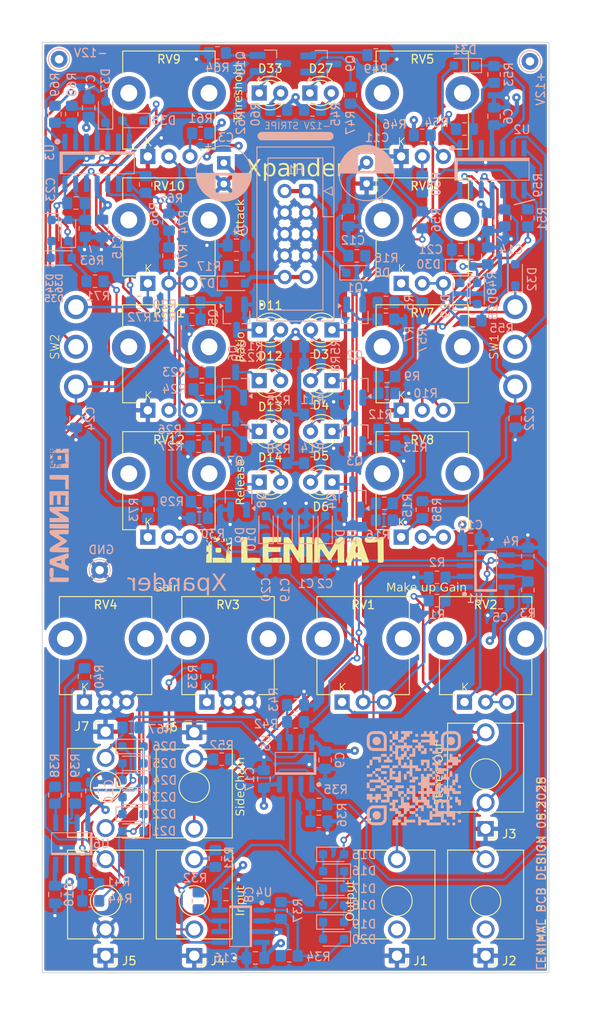
<source format=kicad_pcb>
(kicad_pcb (version 20241229) (generator "pcbnew") (generator_version "9.0")
  (layers (0 "F.Cu" signal) (4 "In1.Cu" signal) (6 "In2.Cu" signal) (2 "B.Cu" signal) (13 "F.Paste" user) (15 "B.Paste" user) (5 "F.SilkS" user "F.Silkscreen") (7 "B.SilkS" user "B.Silkscreen") (1 "F.Mask" user) (3 "B.Mask" user) (25 "Edge.Cuts" user))
  (net 0 "")
  (net 1 "+12V")
  (net 2 "GNDREF")
  (net 3 "-12V")
  (net 4 "Net-(D3-A)")
  (net 5 "Net-(D4-A)")
  (net 6 "Net-(D4-K)")
  (net 7 "Net-(D3-K)")
  (net 8 "/volume_meter_right/INPUT")
  (net 9 "Net-(D1-A)")
  (net 10 "Net-(D1-K)")
  (net 11 "Net-(D10-K)")
  (net 12 "Net-(D9-K)")
  (net 13 "Net-(D29-A)")
  (net 14 "Net-(D28-K)")
  (net 15 "Net-(SW1-A)")
  (net 16 "Net-(D35-A)")
  (net 17 "Net-(D34-K)")
  (net 18 "Net-(SW2-A)")
  (net 19 "Net-(D5-A)")
  (net 20 "Net-(D5-K)")
  (net 21 "Net-(D6-A)")
  (net 22 "Net-(D6-K)")
  (net 23 "Net-(D7-A)")
  (net 24 "Net-(D7-K)")
  (net 25 "Net-(D8-K)")
  (net 26 "Net-(D8-A)")
  (net 27 "Net-(D11-K)")
  (net 28 "Net-(D11-A)")
  (net 29 "Net-(D12-K)")
  (net 30 "Net-(D12-A)")
  (net 31 "Net-(D13-K)")
  (net 32 "Net-(D13-A)")
  (net 33 "Net-(D14-A)")
  (net 34 "Net-(D14-K)")
  (net 35 "/audio-input-right/sidechain_input")
  (net 36 "Net-(D15-K)")
  (net 37 "Net-(D16-K)")
  (net 38 "Net-(D17-K)")
  (net 39 "/audio-input-left/sidechain_input")
  (net 40 "Net-(D21-K)")
  (net 41 "Net-(D22-K)")
  (net 42 "Net-(D23-K)")
  (net 43 "Net-(D18-K)")
  (net 44 "Net-(D19-K)")
  (net 45 "Net-(D27-K)")
  (net 46 "Net-(D27-A)")
  (net 47 "Net-(D28-A)")
  (net 48 "Net-(D31-K)")
  (net 49 "Net-(D31-A)")
  (net 50 "Net-(D32-A)")
  (net 51 "Net-(D32-K)")
  (net 52 "Net-(D33-K)")
  (net 53 "Net-(D33-A)")
  (net 54 "Net-(D34-A)")
  (net 55 "Net-(D37-A)")
  (net 56 "Net-(D37-K)")
  (net 57 "Net-(D38-A)")
  (net 58 "Net-(D38-K)")
  (net 59 "Net-(J1-PadT)")
  (net 61 "Net-(J2-PadT)")
  (net 63 "/audio-input-left/direct_output")
  (net 64 "/audio-input-right/direct_output")
  (net 65 "Net-(J6-PadT)")
  (net 66 "/audio-input-right/output")
  (net 67 "Net-(J7-PadT)")
  (net 68 "/audio-input-left/output")
  (net 69 "Net-(Q1-B)")
  (net 70 "Net-(Q2-B)")
  (net 71 "Net-(Q3-B)")
  (net 72 "Net-(Q4-B)")
  (net 73 "Net-(Q5-B)")
  (net 74 "Net-(Q6-B)")
  (net 75 "Net-(Q7-B)")
  (net 76 "Net-(Q8-B)")
  (net 77 "Net-(Q9-B)")
  (net 78 "Net-(Q9-E)")
  (net 79 "Net-(Q10-E)")
  (net 80 "Net-(Q10-B)")
  (net 81 "Net-(U1A--)")
  (net 82 "Net-(U1B--)")
  (net 83 "Net-(U4B-+)")
  (net 84 "Net-(U4B--)")
  (net 85 "Net-(R33-Pad2)")
  (net 86 "Net-(U4A--)")
  (net 87 "Net-(U5A--)")
  (net 88 "Net-(U6B-+)")
  (net 89 "Net-(U6B--)")
  (net 90 "Net-(R40-Pad2)")
  (net 91 "Net-(U6A--)")
  (net 92 "Net-(U5B--)")
  (net 93 "Net-(D20-K)")
  (net 94 "Net-(U2C--)")
  (net 95 "Net-(R50-Pad2)")
  (net 96 "Net-(R51-Pad2)")
  (net 97 "Net-(U2A--)")
  (net 98 "Net-(U2C-+)")
  (net 99 "Net-(D25-K)")
  (net 100 "Net-(D26-K)")
  (net 101 "Net-(R61-Pad1)")
  (net 102 "Net-(U3C--)")
  (net 103 "Net-(R46-Pad1)")
  (net 104 "Net-(R65-Pad2)")
  (net 105 "Net-(U3A--)")
  (net 106 "Net-(U3C-+)")
  (net 107 "Net-(R57-Pad1)")
  (net 108 "Net-(R58-Pad2)")
  (net 109 "Net-(U2D-+)")
  (net 110 "Net-(RV8-Pad2)")
  (net 111 "Net-(U3D-+)")
  (net 112 "Net-(RV12-Pad2)")
  (net 113 "Net-(SW1-B)")
  (net 114 "Net-(SW2-B)")
  (net 115 "Net-(D24-K)")
  (net 116 "Net-(J6-PadTN)")
  (net 117 "Net-(J7-PadTN)")
  (net 118 "Net-(R66-Pad2)")
  (net 119 "Net-(R72-Pad1)")
  (net 120 "Net-(R73-Pad2)")
  (net 121 "/volume_meter_left/INPUT")
  (footprint "Synth:LED_D3.0mm" (layer "F.Cu") (at 83 84 180)
    (property "Reference" "D3")
    (property "Value" "LED")
  )
  (footprint "Synth:Potentiometer_TT_P0915N" (layer "F.Cu") (at 65 71)
    (property "Reference" "RV10")
    (property "Value" "A500K")
  )
  (footprint "Synth:LED_D3.0mm" (layer "F.Cu") (at 83 56)
    (property "Reference" "D27")
    (property "Value" "LED")
  )
  (footprint "Synth:Potentiometer_TT_P0915N" (layer "F.Cu") (at 95 71)
    (property "Reference" "RV6")
    (property "Value" "A500K")
  )
  (footprint "Synth:LED_D3.0mm" (layer "F.Cu") (at 77 96)
    (property "Reference" "D13")
    (property "Value" "LED")
  )
  (footprint "Synth:Jack_3.5mm_QingPu_WQP-PJ398SM_Vertical_CircularHoles" (layer "F.Cu") (at 102.5 136.5 180)
    (property "Reference" "J3")
    (property "Value" "STEREO_OUT")
  )
  (footprint "Synth:LED_D3.0mm" (layer "F.Cu") (at 77 84)
    (property "Reference" "D11")
    (property "Value" "LED")
  )
  (footprint "Synth:Potentiometer_TT_P0915N" (layer "F.Cu") (at 95 56)
    (property "Reference" "RV5")
    (property "Value" "A10K")
  )
  (footprint "Synth:LED_D3.0mm" (layer "F.Cu") (at 77 90)
    (property "Reference" "D12")
    (property "Value" "LED")
  )
  (footprint "Synth:Jack_3.5mm_QingPu_WQP-PJ398SM_Vertical_CircularHoles" (layer "F.Cu") (at 102.5 151.5 180)
    (property "Reference" "J2")
    (property "Value" "RIGHT_OUT")
  )
  (footprint "Synth:Potentiometer_TT_P0915N" (layer "F.Cu") (at 65 86)
    (property "Reference" "RV11")
    (property "Value" "A100K")
  )
  (footprint "Synth:Jack_3.5mm_QingPu_WQP-PJ398SM_Vertical_CircularHoles" (layer "F.Cu") (at 68 151.5 180)
    (property "Reference" "J4")
    (property "Value" "INPUT")
  )
  (footprint "Synth:LED_D3.0mm" (layer "F.Cu") (at 83 90 180)
    (property "Reference" "D4")
    (property "Value" "LED")
  )
  (footprint "Synth:LED_D3.0mm" (layer "F.Cu") (at 77 56)
    (property "Reference" "D33")
    (property "Value" "LED")
  )
  (footprint "Synth:Jack_3.5mm_QingPu_WQP-PJ398SM_Vertical_CircularHoles" (layer "F.Cu") (at 57.5 151.5 180)
    (property "Reference" "J5")
    (property "Value" "INPUT")
  )
  (footprint "Synth:LED_D3.0mm" (layer "F.Cu") (at 83 102 180)
    (property "Reference" "D6")
    (property "Value" "LED")
  )
  (footprint "Synth:Jack_3.5mm_QingPu_WQP-PJ398SM_Vertical_CircularHoles" (layer "F.Cu") (at 92 151.5 180)
    (property "Reference" "J1")
    (property "Value" "LEFT_OUT")
  )
  (footprint "Synth:Potentiometer_TT_P0915N" (layer "F.Cu") (at 72 120.5)
    (property "Reference" "RV3")
    (property "Value" "A20K")
  )
  (footprint "Synth:SW_default" (layer "F.Cu") (at 106 86 90)
    (property "Reference" "SW1")
    (property "Value" "SW_SPDT")
  )
  (footprint "Synth:Potentiometer_TT_P0915N" (layer "F.Cu") (at 102.5 120.5)
    (property "Reference" "RV2")
    (property "Value" "A100K")
  )
  (footprint "Synth:Potentiometer_TT_P0915N" (layer "F.Cu") (at 57.5 120.5)
    (property "Reference" "RV4")
    (property "Value" "A20K")
  )
  (footprint "Synth:LED_D3.0mm" (layer "F.Cu") (at 83 96 180)
    (property "Reference" "D5")
    (property "Value" "LED")
  )
  (footprint "Synth:Jack_3.5mm_QingPu_WQP-PJ398SM_Vertical_CircularHoles" (layer "F.Cu") (at 57.5 137.98)
    (property "Reference" "J7")
    (property "Value" "SIDECHAIN_IN")
  )
  (footprint "Synth:lenimal_logo_full" (layer "F.Cu") (at 80 110)
    (property "Reference" "G***" (hide yes))
    (property "Value" "LOGO" (hide yes))
  )
  (footprint "Synth:Jack_3.5mm_QingPu_WQP-PJ398SM_Vertical_CircularHoles" (layer "F.Cu") (at 68 138.06)
    (property "Reference" "J6")
    (property "Value" "SIDECHAIN_IN")
  )
  (footprint "Synth:Potentiometer_TT_P0915N" (layer "F.Cu") (at 95 101)
    (property "Reference" "RV8")
    (property "Value" "A1M")
  )
  (footprint "Synth:Potentiometer_TT_P0915N" (layer "F.Cu") (at 88 120.5)
    (property "Reference" "RV1")
    (property "Value" "A100K")
  )
  (footprint "Synth:Potentiometer_TT_P0915N" (layer "F.Cu") (at 95 86)
    (property "Reference" "RV7")
    (property "Value" "A100K")
  )
  (footprint "Synth:LED_D3.0mm" (layer "F.Cu") (at 77 102)
    (property "Reference" "D14")
    (property "Value" "LED")
  )
  (footprint "Synth:Potentiometer_TT_P0915N" (layer "F.Cu") (at 65 56)
    (property "Reference" "RV9")
    (property "Value" "A10K")
  )
  (footprint "Synth:Potentiometer_TT_P0915N" (layer "F.Cu") (at 65 101)
    (property "Reference" "RV12")
    (property "Value" "A1M")
  )
  (footprint "Synth:SW_default" (layer "F.Cu") (at 54 86 90)
    (property "Reference" "SW2")
    (property "Value" "SW_SPDT")
  )
  (footprint "Resistor_SMD:R_0805_2012Metric_Pad1.20x1.40mm_HandSolder" (layer "B.Cu") (at 86.5 56.25 -90)
    (property "Reference" "R47")
    (property "Value" "10K")
  )
  (footprint "Diode_SMD:D_SOD-323_HandSoldering" (layer "B.Cu") (at 81.25 107.25 90)
    (property "Reference" "D2")
    (property "Value" "1N4148WS")
  )
  (footprint "Resistor_SMD:R_0805_2012Metric_Pad1.20x1.40mm_HandSolder" (layer "B.Cu") (at 90.8 89.5)
    (property "Reference" "R9")
    (property "Value" "120K")
  )
  (footprint "Resistor_SMD:R_0805_2012Metric_Pad1.20x1.40mm_HandSolder" (layer "B.Cu") (at 70.5 146.5 90)
    (property "Reference" "R31")
    (property "Value" "100K")
  )
  (footprint "Diode_SMD:D_SOD-323_HandSoldering" (layer "B.Cu") (at 101.5 79.7 -90)
    (property "Reference" "D28")
    (property "Value" "1N4148WS")
  )
  (footprint "Resistor_SMD:R_0805_2012Metric_Pad1.20x1.40mm_HandSolder" (layer "B.Cu") (at 80 128.345)
    (property "Reference" "R43")
    (property "Value" "10K")
  )
  (footprint "Resistor_SMD:R_0805_2012Metric_Pad1.20x1.40mm_HandSolder" (layer "B.Cu") (at 107.5 110.75 -90)
    (property "Reference" "R4")
    (property "Value" "20K")
  )
  (footprint "Resistor_SMD:R_0805_2012Metric_Pad1.20x1.40mm_HandSolder" (layer "B.Cu") (at 78 94 180)
    (property "Reference" "R25")
    (property "Value" "3K3")
  )
  (footprint "Resistor_SMD:R_0805_2012Metric_Pad1.20x1.40mm_HandSolder" (layer "B.Cu") (at 95 66.75 90)
    (property "Reference" "R50")
    (property "Value" "100K")
  )
  (footprint "Capacitor_SMD:C_0805_2012Metric_Pad1.18x1.45mm_HandSolder" (layer "B.Cu") (at 55.5 57.75 90)
    (property "Reference" "C7")
    (property "Value" "100nF")
  )
  (footprint "Resistor_SMD:R_0805_2012Metric_Pad1.20x1.40mm_HandSolder" (layer "B.Cu") (at 90.8 91.5)
    (property "Reference" "R10")
    (property "Value" "33K")
  )
  (footprint "Resistor_SMD:R_0805_2012Metric_Pad1.20x1.40mm_HandSolder" (layer "B.Cu") (at 55 125 -90)
    (property "Reference" "R40")
    (property "Value" "10K")
  )
  (footprint "Resistor_SMD:R_0805_2012Metric_Pad1.20x1.40mm_HandSolder" (layer "B.Cu") (at 78 99.75 180)
    (property "Reference" "R28")
    (property "Value" "3K3")
  )
  (footprint "Diode_SMD:D_SOD-323_HandSoldering" (layer "B.Cu") (at 60.75 135.25 180)
    (property "Reference" "D25")
    (property "Value" "1N4148WS")
  )
  (footprint "Diode_SMD:D_SOD-323_HandSoldering" (layer "B.Cu") (at 52.25 75.5)
    (property "Reference" "D35")
    (property "Value" "1N4148WS")
  )
  (footprint "Resistor_SMD:R_0805_2012Metric_Pad1.20x1.40mm_HandSolder" (layer "B.Cu") (at 82 88)
    (property "Reference" "R8")
    (property "Value" "3K3")
  )
  (footprint "Diode_SMD:D_SOD-323_HandSoldering" (layer "B.Cu") (at 60.75 59.25 180)
    (property "Reference" "D38")
    (property "Value" "1N4148WS")
  )
  (footprint "Resistor_SMD:R_0805_2012Metric_Pad1.20x1.40mm_HandSolder" (layer "B.Cu") (at 107.5 114.75 90)
    (property "Reference" "R3")
    (property "Value" "1K")
  )
  (footprint "Resistor_SMD:R_0805_2012Metric_Pad1.20x1.40mm_HandSolder" (layer "B.Cu") (at 51.5 139 90)
    (property "Reference" "R38")
    (property "Value" "100K")
  )
  (footprint "Synth:SOIC-8" (layer "B.Cu") (at 102.5 112.5)
    (property "Reference" "U1")
    (property "Value" "TL072")
  )
  (footprint "Diode_SMD:D_SOD-323_HandSoldering" (layer "B.Cu") (at 84.5 156 180)
    (property "Reference" "D20")
    (property "Value" "1N4148WS")
  )
  (footprint "Package_TO_SOT_SMD:SOT-23_Handsoldering" (layer "B.Cu") (at 87 96 90)
    (property "Reference" "Q3")
    (property "Value" "MMBT3904")
  )
  (footprint "Resistor_SMD:R_0805_2012Metric_Pad1.20x1.40mm_HandSolder" (layer "B.Cu") (at 96.75 113.25)
    (property "Reference" "R2")
    (property "Value" "20K")
  )
  (footprint "Resistor_SMD:R_0805_2012Metric_Pad1.20x1.40mm_HandSolder" (layer "B.Cu") (at 90.5 106.5)
    (property "Reference" "R16")
    (property "Value" "33K")
  )
  (footprint "Resistor_SMD:R_0805_2012Metric_Pad1.20x1.40mm_HandSolder" (layer "B.Cu") (at 90.7 80.75)
    (property "Reference" "R6")
    (property "Value" "47K")
  )
  (footprint "Resistor_SMD:R_0805_2012Metric_Pad1.20x1.40mm_HandSolder" (layer "B.Cu") (at 82 99.75)
    (property "Reference" "R14")
    (property "Value" "3K3")
  )
  (footprint "Capacitor_SMD:C_0805_2012Metric_Pad1.18x1.45mm_HandSolder" (layer "B.Cu") (at 83.5 111.25 90)
    (property "Reference" "C2")
    (property "Value" "1.5uF")
  )
  (footprint "Package_TO_SOT_SMD:SOT-23_Handsoldering" (layer "B.Cu") (at 87 90.5 90)
    (property "Reference" "Q2")
    (property "Value" "MMBT3904")
  )
  (footprint "Resistor_SMD:R_0805_2012Metric_Pad1.20x1.40mm_HandSolder" (layer "B.Cu") (at 90.7 82.75)
    (property "Reference" "R7")
    (property "Value" "33K")
  )
  (footprint "Capacitor_SMD:C_0805_2012Metric_Pad1.18x1.45mm_HandSolder" (layer "B.Cu") (at 54 69)
    (property "Reference" "C23")
    (property "Value" "680pF")
  )
  (footprint "Diode_SMD:D_SOD-323_HandSoldering" (layer "B.Cu") (at 87.25 77.25)
    (property "Reference" "D8")
    (property "Value" "1N5819WS")
  )
  (footprint "Resistor_SMD:R_0805_2012Metric_Pad1.20x1.40mm_HandSolder" (layer "B.Cu") (at 100 60.25 180)
    (property "Reference" "R54")
    (property "Value" "100K")
  )
  (footprint "Resistor_SMD:R_0805_2012Metric_Pad1.20x1.40mm_HandSolder" (layer "B.Cu") (at 55.75 149.5)
    (property "Reference" "R41")
    (property "Value" "100K")
  )
  (footprint "Synth:SOIC-14" (layer "B.Cu") (at 56.5 64.25 -90)
    (property "Reference" "U3")
    (property "Value" "TL074")
  )
  (footprint "Connector_Pin:Pin_D1.0mm_L10.0mm" (layer "B.Cu") (at 56.8 112.4 180)
    (property "Reference" "TP2" (hide yes))
    (property "Value" "GND")
  )
  (footprint "Package_TO_SOT_SMD:SOT-23_Handsoldering" (layer "B.Cu") (at 72.9 90.5 90)
    (property "Reference" "Q6")
    (property "Value" "MMBT3904")
  )
  (footprint "Capacitor_SMD:C_0805_2012Metric_Pad1.18x1.45mm_HandSolder" (layer "B.Cu") (at 103.5 58.75 90)
    (property "Reference" "C6")
    (property "Value" "100nF")
  )
  (footprint "Synth:SOIC-8" (layer "B.Cu") (at 80 135.25 90)
    (property "Reference" "U5")
    (property "Value" "TL072")
  )
  (footprint "Synth:SOIC-14" (layer "B.Cu") (at 103.25 65 -90)
    (property "Reference" "U2")
    (property "Value" "TL074")
  )
  (footprint "Resistor_SMD:R_0805_2012Metric_Pad1.20x1.40mm_HandSolder" (layer "B.Cu") (at 68.5 95.75 180)
    (property "Reference" "R26")
    (property "Value" "220K")
  )
  (footprint "Resistor_SMD:R_0805_2012Metric_Pad1.20x1.40mm_HandSolder" (layer "B.Cu") (at 103.5 53.8 -90)
    (property "Reference" "R53")
    (property "Value" "100K")
  )
  (footprint "Connector_Pin:Pin_D1.0mm_L10.0mm" (layer "B.Cu") (at 52 52 180)
    (property "Reference" "TP3" (hide yes))
    (property "Value" "-12V")
  )
  (footprint "Capacitor_THT:CP_Radial_D6.3mm_P2.50mm" (layer "B.Cu") (at 71.5 64.25 -90)
    (property "Reference" "C3")
    (property "Value" "47uF")
  )
  (footprint "Resistor_SMD:R_0805_2012Metric_Pad1.20x1.40mm_HandSolder" (layer "B.Cu") (at 82.75 142.095)
    (property "Reference" "R36")
    (property "Value" "10K")
  )
  (footprint "Package_TO_SOT_SMD:SOT-23_Handsoldering" (layer "B.Cu") (at 86.75 103.75 90)
    (property "Reference" "Q4")
    (property "Value" "MMBT3904")
  )
  (footprint "Resistor_SMD:R_0805_2012Metric_Pad1.20x1.40mm_HandSolder" (layer "B.Cu") (at 65 75.25 90)
    (property "Reference" "R70")
    (property "Value" "470K")
  )
  (footprint "Resistor_SMD:R_0805_2012Metric_Pad1.20x1.40mm_HandSolder" (layer "B.Cu") (at 53.5 58.5 -90)
    (property "Reference" "R68")
    (property "Value" "100K")
  )
  (footprint "Diode_SMD:D_SOD-323_HandSoldering" (layer "B.Cu") (at 83.5 107.25 90)
    (property "Reference" "D1")
    (property "Value" "1N4148WS")
  )
  (footprint "Capacitor_THT:CP_Radial_D6.3mm_P2.50mm" (layer "B.Cu") (at 88.4 66.7 90)
    (property "Reference" "C11")
    (property "Value" "47uF")
  )
  (footprint "Diode_SMD:D_SOD-323_HandSoldering" (layer "B.Cu") (at 57.5 58.25 90)
    (property "Reference" "D37")
    (property "Value" "1N4148WS")
  )
  (footprint "Resistor_SMD:R_0805_2012Metric_Pad1.20x1.40mm_HandSolder" (layer "B.Cu") (at 90.8 95.75)
    (property "Reference" "R12")
    (property "Value" "220K")
  )
  (footprint "Resistor_SMD:R_0805_2012Metric_Pad1.20x1.40mm_HandSolder" (layer "B.Cu") (at 56.25 78.25 180)
    (property "Reference" "R71")
    (property "Value" "2K")
  )
  (footprint "Diode_SMD:D_SOD-323_HandSoldering" (layer "B.Cu") (at 76.5 107.25 90)
    (property "Reference" "D9")
    (property "Value" "1N4148WS")
  )
  (footprint "Capacitor_SMD:C_0805_2012Metric_Pad1.18x1.45mm_HandSolder" (layer "B.Cu") (at 51.5 150.75 90)
    (property "Reference" "C18")
    (property "Value" "100nF")
  )
  (footprint "Resistor_SMD:R_0805_2012Metric_Pad1.20x1.40mm_HandSolder" (layer "B.Cu") (at 65.25 66.8)
    (property "Reference" "R65")
    (property "Value" "100K")
  )
  (footprint "Package_TO_SOT_SMD:SOT-23_Handsoldering" (layer "B.Cu") (at 83 52.55)
    (property "Reference" "Q9")
    (property "Value" "MMBT3904")
  )
  (footprint "Resistor_SMD:R_0805_2012Metric_Pad1.20x1.40mm_HandSolder" (layer "B.Cu") (at 73 76.5)
    (property "Reference" "R17")
    (property "Value" "10R")
  )
  (footprint "Resistor_SMD:R_0805_2012Metric_Pad1.20x1.40mm_HandSolder" (layer "B.Cu") (at 55.1 72 90)
    (property "Reference" "R63")
    (property "Value" "100K")
  )
  (footprint "Resistor_SMD:R_0805_2012Metric_Pad1.20x1.40mm_HandSolder" (layer "B.Cu") (at 78 58 180)
    (property "Reference" "R60")
    (property "Value" "470R")
  )
  (footprint "Resistor_SMD:R_0805_2012Metric_Pad1.20x1.40mm_HandSolder" (layer "B.Cu") (at 70.75 51.25 180)
    (property "Reference" "R64")
    (property "Value" "0R")
  )
  (footprint "Capacitor_SMD:C_0805_2012Metric_Pad1.18x1.45mm_HandSolder" (layer "B.Cu") (at 81.25 111.25 90)
    (property "Reference" "C1")
    (property "Value" "1.5uF")
  )
  (footprint "Package_TO_SOT_SMD:SOT-23_Handsoldering" (layer "B.Cu") (at 77 52.5)
    (property "Reference" "Q10")
    (property "Value" "MMBT3904")
  )
  (footprint "Diode_SMD:D_SOD-323_HandSoldering" (layer "B.Cu") (at 60.75 133.25)
    (property "Reference" "D26")
    (property "Value" "1N4148WS")
  )
  (footprint "Resistor_SMD:R_0805_2012Metric_Pad1.20x1.40mm_HandSolder" (layer "B.Cu") (at 73.5 56.25 -90)
    (property "Reference" "R62")
    (property "Value" "10K")
  )
  (footprint "Resistor_SMD:R_0805_2012Metric_Pad1.20x1.40mm_HandSolder" (layer "B.Cu") (at 67.75 80.75 180)
    (property "Reference" "R20")
    (property "Value" "47K")
  )
  (footprint "Capacitor_SMD:C_0805_2012Metric_Pad1.18x1.45mm_HandSolder" (layer "B.Cu") (at 71.75 150.75)
    (property "Reference" "C8")
    (property "Value" "100nF")
  )
  (footprint "Package_TO_SOT_SMD:SOT-23_Handsoldering" (layer "B.Cu") (at 87 82.5 -90)
    (property "Reference" "Q1")
    (property "Value" "MMBT3904")
  )
  (footprint "Resistor_SMD:R_0805_2012Metric_Pad1.20x1.40mm_HandSolder" (layer "B.Cu") (at 68.6 104.3 180)
    (property "Reference" "R29")
    (property "Value" "330K")
  )
  (footprint "Diode_SMD:D_SOD-323_HandSoldering" (layer "B.Cu") (at 72.75 78.5)
    (property "Reference" "D7")
    (property "Value" "1N5819WS")
  )
  (footprint "Resistor_SMD:R_0805_2012Metric_Pad1.20x1.40mm_HandSolder" (layer "B.Cu") (at 82.75 140.095 180)
    (property "Reference" "R35")
    (property "Value" "100K")
  )
  (footprint "Capacitor_SMD:C_0805_2012Metric_Pad1.18x1.45mm_HandSolder" (layer "B.Cu") (at 76.25 137.095 -90)
    (property "Reference" "C17")
    (property "Value" "100nF")
  )
  (footprint "Capacitor_SMD:C_0805_2012Metric_Pad1.18x1.45mm_HandSolder" (layer "B.Cu") (at 78.75 111.25 90)
    (property "Reference" "C19")
    (property "Value" "1.5uF")
  )
  (footprint "Diode_SMD:D_SOD-323_HandSoldering" (layer "B.Cu") (at 100 52.75 180)
    (property "Reference" "D31")
    (property "Value" "1N4148WS")
  )
  (footprint "Resistor_SMD:R_0805_2012Metric_Pad1.20x1.40mm_HandSolder" (layer "B.Cu") (at 78 88 180)
    (property "Reference" "R22")
    (property "Value" "3K3")
  )
  (footprint "Synth:SOIC-8" (layer "B.Cu") (at 53.5 144.75 90)
    (property "Reference" "U6")
    (property "Value" "TL072")
  )
  (footprint "Diode_SMD:D_SOD-323_HandSoldering" (layer "B.Cu") (at 60.75 141.25)
    (property "Reference" "D22")
    (property "Value" "1N4148WS")
  )
  (footprint "Resistor_SMD:R_0805_2012Metric_Pad1.20x1.40mm_HandSolder" (layer "B.Cu") (at 101 82.9)
    (property "Reference" "R55")
    (property "Value" "470K")
  )
  (footprint "Diode_SMD:D_SOD-323_HandSoldering" (layer "B.Cu") (at 99.5 79.7 90)
    (property "Reference" "D29")
    (property "Value" "1N4148WS")
  )
  (footprint "Resistor_SMD:R_0805_2012Metric_Pad1.20x1.40mm_HandSolder" (layer "B.Cu") (at 60.5 131 180)
    (property "Reference" "R67")
    (property "Value" "1K")
  )
  (footprint "Diode_SMD:D_SOD-323_HandSoldering" (layer "B.Cu") (at 60.75 139.25 180)
    (property "Reference" "D23")
    (property "Value" "1N4148WS")
  )
  (footprint "Capacitor_SMD:C_0805_2012Metric_Pad1.18x1.45mm_HandSolder" (layer "B.Cu") (at 106 94.5 90)
    (property "Reference" "C22")
    (property "Value" "1.5uF")
  )
  (footprint "Resistor_SMD:R_0805_2012Metric_Pad1.20x1.40mm_HandSolder" (layer "B.Cu") (at 61.5 80.75 180)
    (property "Reference" "R72")
    (property "Value" "200R")
  )
  (footprint "Diode_SMD:D_SOD-323_HandSoldering" (layer "B.Cu") (at 84.5 146)
    (property "Reference" "D15")
    (property "Value" "1N4148WS")
  )
  (footprint "Synth:SOIC-8" (layer "B.Cu") (at 73.5 154.5 180)
    (property "Reference" "U4")
    (property "Value" "TL072")
  )
  (footprint "Resistor_SMD:R_0805_2012Metric_Pad1.20x1.40mm_HandSolder" (layer "B.Cu") (at 89.5 51.5)
    (property "Reference" "R49")
    (property "Value" "0R")
  )
  (footprint "Capacitor_SMD:C_0805_2012Metric_Pad1.18x1.45mm_HandSolder" (layer "B.Cu") (at 54 94.5 90)
    (property "Reference" "C24")
    (property "Value" "1.5uF")
  )
  (footprint "Resistor_SMD:R_0805_2012Metric_Pad1.20x1.40mm_HandSolder" (layer "B.Cu") (at 90.8 97.75)
    (property "Reference" "R13")
    (property "Value" "33K")
  )
  (footprint "Diode_SMD:D_SOD-323_HandSoldering" (layer "B.Cu") (at 78.75 107.25 90)
    (property "Reference" "D10")
    (property "Value" "1N4148WS")
  )
  (footprint "Resistor_SMD:R_0805_2012Metric_Pad1.20x1.40mm_HandSolder" (layer "B.Cu") (at 78.275 152.635 -90)
    (property "Reference" "R37")
    (property "Value" "100K")
  )
  (footprint "Resistor_SMD:R_0805_2012Metric_Pad1.20x1.40mm_HandSolder" (layer "B.Cu") (at 87.25 75.25 180)
    (property "Reference" "R18")
    (property "Value" "10R")
  )
  (footprint "Resistor_SMD:R_0805_2012Metric_Pad1.20x1.40mm_HandSolder" (layer "B.Cu") (at 68.5 97.75 180)
    (property "Reference" "R27")
    (property "Value" "33K")
  )
  (footprint "Capacitor_SMD:C_0805_2012Metric_Pad1.18x1.45mm_HandSolder" (layer "B.Cu") (at 76.5 111.25 90)
    (property "Reference" "C20")
    (property "Value" "1.5uF")
  )
  (footprint "Capacitor_SMD:C_0805_2012Metric_Pad1.18x1.45mm_HandSolder" (layer "B.Cu") (at 83.5 134.845 -90)
    (property "Reference" "C9")
    (property "Value" "100nF")
  )
  (footprint "Package_TO_SOT_SMD:SOT-23_Handsoldering" (layer "B.Cu") (at 73 82.5 -90)
    (property "Reference" "Q5")
    (property "Value" "MMBT3904")
  )
  (footprint "Diode_SMD:D_SOD-323_HandSoldering" (layer "B.Cu") (at 60.75 143.25 180)
    (property "Reference" "D21")
    (property "Value" "1N4148WS")
  )
  (footprint "synth-gfx:github-QR_lenimal_white" (layer "B.Cu") (at 94 137 -90)
    (property "Reference" "G***" (hide yes))
    (property "Value" "LOGO" (hide yes))
  )
  (footprint "Resistor_SMD:R_0805_2012Metric_Pad1.20x1.40mm_HandSolder" (layer "B.Cu") (at 62.5 105.25 -90)
    (property "Reference" "R73")
    (property "Value" "100K")
  )
  (footprint "Capacitor_SMD:C_0805_2012Metric_Pad1.18x1.45mm_HandSolder" (layer "B.Cu") (at 73 74 180)
    (property "Reference" "C4")
    (property "Value" "100nF")
  )
  (footprint "Diode_SMD:D_SOD-323_HandSoldering" (layer "B.Cu") (at 106 77.5 90)
    (property "Reference" "D32")
    (property "Value" "1N4148WS")
  )
  (footprint "Resistor_SMD:R_0805_2012Metric_Pad1.20x1.40mm_HandSolder" (layer "B.Cu") (at 82 58)
    (property "Reference" "R45")
    (property "Value" "470R")
  )
  (footprint "Resistor_SMD:R_0805_2012Metric_Pad1.20x1.40mm_HandSolder" (layer "B.Cu") (at 107.5 70.75 -90)
    (property "Reference" "R51")
    (property "Value" "100K")
  )
  (footprint "Resistor_SMD:R_0805_2012Metric_Pad1.20x1.40mm_HandSolder" (layer "B.Cu") (at 82 86)
    (property "Reference" "R5")
    (property "Value" "3K3")
  )
  (footprint "Capacitor_SMD:C_0805_2012Metric_Pad1.18x1.45mm_HandSolder" (layer "B.Cu") (at 55.9 138.5 90)
    (property "Reference" "C10")
    (property "Value" "100nF")
  )
  (footprint "Package_TO_SOT_SMD:SOT-23_Handsoldering" (layer "B.Cu") (at 72.9 96 90)
    (property "Reference" "Q7")
    (property "Value" "MMBT3904")
  )
  (footprint "Synth:IDC-Header_2x05_P2.54mm_Vertical" (layer "B.Cu") (at 81.25 67.59 180)
    (property "Reference" "H1")
    (property "Value" "Conn_02x05_PWR_Eurorack")
  )
  (footprint "Resistor_SMD:R_0805_2012Metric_Pad1.20x1.40mm_HandSolder" (layer "B.Cu") (at 65 71.25 -90)
    (property "Reference" "R74")
    (property "Value" "470K")
  )
  (footprint "Package_TO_SOT_SMD:SOT-23_Handsoldering" (layer "B.Cu") (at 73.25 103.75 90)
    (property "Reference" "Q8")
    (property "Value" "MMBT3904")
  )
  (footprint "Diode_SMD:D_SOD-323_HandSoldering" (layer "B.Cu") (at 84.5 154)
    (property "Reference" "D19")
    (property "Value" "1N4148WS")
  )
  (footprint "Resistor_SMD:R_0805_2012Metric_Pad1.20x1.40mm_HandSolder" (layer "B.Cu") (at 71.25 134.75 180)
    (property "Reference" "R52")
    (property "Value" "1K")
  )
  (footprint "Diode_SMD:D_SOD-323_HandSoldering" (layer "B.Cu") (at 60.75 137.25)
    (property "Reference" "D24")
    (property "Value" "1N4148WS")
  )
  (footprint "Resistor_SMD:R_0805_2012Metric_Pad1.20x1.40mm_HandSolder" (layer "B.Cu") (at 79.25 158)
    (property "Reference" "R34")
    (property "Value" "100K")
  )
  (footprint "Resistor_SMD:R_0805_2012Metric_Pad1.20x1.40mm_HandSolder" (layer "B.Cu") (at 102.75 75.25 -90)
    (property "Reference" "R48")
    (property "Value" "100K")
  )
  (footprint "Resistor_SMD:R_0805_2012Metric_Pad1.20x1.40mm_HandSolder" (layer "B.Cu") (at 96.75 116)
    (property "Reference" "R1")
    (property "Value" "1K")
  )
  (footprint "Resistor_SMD:R_0805_2012Metric_Pad1.20x1.40mm_HandSolder" (layer "B.Cu") (at 80 130.345 180)
    (property "Reference" "R42")
    (property "Value" "100K")
  )
  (footprint "Capacitor_SMD:C_0805_2012Metric_Pad1.18x1.45mm_HandSolder" (layer "B.Cu") (at 75.25 158.25)
    (property "Reference" "C16")
    (property "Value" "100nF")
  )
  (footprint "Resistor_SMD:R_0805_2012Metric_Pad1.20x1.40mm_HandSolder" (layer "B.Cu") (at 68.9 91 180)
    (property "Reference" "R24")
    (property "Value" "33K")
  )
  (footprint "Resistor_SMD:R_0805_2012Metric_Pad1.20x1.40mm_HandSolder" (layer "B.Cu") (at 95 71 90)
    (property "Reference" "R56")
    (property "Value" "2K")
  )
  (footprint "Resistor_SMD:R_0805_2012Metric_Pad1.20x1.40mm_HandSolder" (layer "B.Cu") (at 68.75 60.75)
    (property "Reference" "R61")
    (property "Value" "10K")
  )
  (footprint "Resistor_SMD:R_0805_2012Metric_Pad1.20x1.40mm_HandSolder" (layer "B.Cu") (at 95 81.75 -90)
    (property "Reference" "R57")
    (property "Value" "200R")
  )
  (footprint "Diode_SMD:D_SOD-323_HandSoldering" (layer "B.Cu") (at 53.1 72.25 90)
    (property "Reference" "D36")
    (property "Value" "1N4148WS")
  )
  (footprint "Capacitor_SMD:C_0805_2012Metric_Pad1.18x1.45mm_HandSolder" (layer "B.Cu") (at 102.75 71.25 90)
    (property "Reference" "C14")
    (property "Value" "100nF")
  )
  (footprint "Synth:lenimal_logo_full" (layer "B.Cu") (at 52 106 -90)
    (property "Reference" "G***" (hide yes))
    (property "Value" "LOGO" (hide yes))
  )
  (footprint "Resistor_SMD:R_0805_2012Metric_Pad1.20x1.40mm_HandSolder" (layer "B.Cu") (at 51.5 58.5 90)
    (property "Reference" "R69")
    (property "Value" "100K")
  )
  (footprint "Resistor_SMD:R_0805_2012Metric_Pad1.20x1.40mm_HandSolder" (layer "B.Cu") (at 78 86 180)
    (property "Reference" "R19")
    (property "Value" "3K3")
  )
  (footprint "Resistor_SMD:R_0805_2012Metric_Pad1.20x1.40mm_HandSolder" (layer "B.Cu") (at 68.9 89 180)
    (property "Reference" "R23")
    (property "Value" "120K")
  )
  (footprint "Capacitor_SMD:C_0805_2012Metric_Pad1.18x1.45mm_HandSolder" (layer "B.Cu") (at 104.25 116.25 180)
    (property "Reference" "C5")
    (property "Value" "100nF")
  )
  (footprint "Diode_SMD:D_SOD-323_HandSoldering" (layer "B.Cu") (at 99.75 76.5)
    (property "Reference" "D30")
    (property "Value" "1N4148WS")
  )
  (footprint "Resistor_SMD:R_0805_2012Metric_Pad1.20x1.40mm_HandSolder" (layer "B.Cu") (at 104.75 70.75 90)
    (property "Reference" "R59")
    (property "Value" "470K")
  )
  (footprint "Resistor_SMD:R_0805_2012Metric_Pad1.20x1.40mm_HandSolder" (layer "B.Cu") (at 68.5 151.5 -90)
    (property "Reference" "R32")
    (property "Value" "100K")
  )
  (footprint "Diode_SMD:D_SOD-323_HandSoldering" (layer "B.Cu") (at 51.1 72.25 -90)
    (property "Reference" "D34")
    (property "Value" "1N4148WS")
  )
  (footprint "Resistor_SMD:R_0805_2012Metric_Pad1.20x1.40mm_HandSolder" (layer "B.Cu") (at 95 61 180)
    (property "Reference" "R46")
    (property "Value" "10K")
  )
  (footprint "Resistor_SMD:R_0805_2012Metric_Pad1.20x1.40mm_HandSolder" (layer "B.Cu") (at 90.5 104.5)
    (property "Reference" "R15")
    (property "Value" "330K")
  )
  (footprint "Resistor_SMD:R_0805_2012Metric_Pad1.20x1.40mm_HandSolder" (layer "B.Cu") (at 68.6 106.25 180)
    (property "Reference" "R30")
    (property "Value" "33K")
  )
  (footprint "Resistor_SMD:R_0805_2012Metric_Pad1.20x1.40mm_HandSolder" (layer "B.Cu") (at 53.9 139 -90)
    (property "Reference" "R39")
    (property "Value" "100K")
  )
  (footprint "Diode_SMD:D_SOD-323_HandSoldering" (layer "B.Cu") (at 84.5 148 180)
    (property "Reference" "D16")
    (property "Value" "1N4148WS")
  )
  (footprint "Resistor_SMD:R_0805_2012Metric_Pad1.20x1.40mm_HandSolder" (layer "B.Cu") (at 69.5 125 -90)
    (property "Reference" "R33")
    (property "Value" "10K")
  )
  (footprint "Resistor_SMD:R_0805_2012Metric_Pad1.20x1.40mm_HandSolder" (layer "B.Cu") (at 95 105.25 -90)
    (property "Reference" "R58")
    (property "Value" "100K")
  )
  (footprint "Resistor_SMD:R_0805_2012Metric_Pad1.20x1.40mm_HandSolder" (layer "B.Cu") (at 62.25 66.8 -90)
    (property "Reference" "R66")
    (property "Value" "100K")
  )
  (footprint "Resistor_SMD:R_0805_2012Metric_Pad1.20x1.40mm_HandSolder" (layer "B.Cu") (at 82 94)
    (property "Reference" "R11")
    (property "Value" "3K3")
  )
  (footprint "Diode_SMD:D_SOD-323_HandSoldering" (layer "B.Cu") (at 84.5 150)
    (property "Reference" "D17")
    (property "Value" "1N4148WS")
  )
  (footprint "Capacitor_SMD:C_0805_2012Metric_Pad1.18x1.45mm_HandSolder" (layer "B.Cu") (at 99.5375 74.5)
    (property "Reference" "C21")
    (property "Value" "680pF")
  )
  (footprint "Diode_SMD:D_SOD-323_HandSoldering" (layer "B.Cu") (at 84.5 152 180)
    (property "Reference" "D18")
    (property "Value" "1N4148WS")
  )
  (footprint "Capacitor_SMD:C_0805_2012Metric_Pad1.18x1.45mm_HandSolder" (layer "B.Cu") (at 86.25 70.7 90)
    (property "Reference" "C12")
    (property "Value" "100nF")
  )
  (footprint "Capacitor_SMD:C_0805_2012Metric_Pad1.18x1.45mm_HandSolder" (layer "B.Cu") (at 100.75 108.75 180)
    (property "Reference" "C13")
    (property "Value" "100nF")
  )
  (footprint "Resistor_SMD:R_0805_2012Metric_Pad1.20x1.40mm_HandSolder" (layer "B.Cu") (at 67.75 82.75 180)
    (property "Reference" "R21")
    (property "Value" "33K")
  )
  (footprint "Resistor_SMD:R_0805_2012Metric_Pad1.20x1.40mm_HandSolder" (layer "B.Cu") (at 55.75 151.5 180)
    (property "Reference" "R44")
    (property "Value" "100K")
  )
  (footprint "Connector_Pin:Pin_D1.0mm_L10.0mm" (layer "B.Cu") (at 107.75 52.25 180)
    (property "Reference" "TP1" (hide yes))
    (property "Value" "+12V")
  )
  (footprint "Capacitor_SMD:C_0805_2012Metric_Pad1.18x1.45mm_HandSolder" (layer "B.Cu") (at 57.1 72 90)
    (property "Reference" "C15")
    (property "Value" "100nF")
  )
  (gr_line (start 104.4 73.4) (end 103.9 73) (stroke (width 0.15)) (layer "B.SilkS"))
  (gr_line (start 108.3 68.6) (end 105.9 69.2) (stroke (width 0.15)) (layer "B.SilkS"))
  (gr_line (start 55.8 74.8) (end 55.6 74) (stroke (width 0.15)) (layer "B.SilkS"))
  (gr_rect (start 50 50) (end 110 160) (stroke (width 0.1)) (fill no) (layer "Edge.Cuts"))
  (gr_text "Input" (at 73.5 151.5 90) (layer "F.SilkS") (effects (font (size 1 1))))
  (gr_text "Release" (at 73.5 102 90) (layer "F.SilkS") (effects (font (size 1 1))))
  (gr_text "Xpander" (at 80 65 0) (layer "F.SilkS") (effects (font (size 2 2))))
  (gr_text "Threshold" (at 73.25 56 90) (layer "F.SilkS") (effects (font (size 1 1))))
  (gr_text "Attack" (at 73.5 70.75 90) (layer "F.SilkS") (effects (font (size 1 1))))
  (gr_text "Make up Gain" (at 95.5 114.5 0) (layer "F.SilkS") (effects (font (size 1 1))))
  (gr_text "Ratio" (at 73.5 86 90) (layer "F.SilkS") (effects (font (size 1 1))))
  (gr_text "Gain" (at 64.75 114.5 0) (layer "F.SilkS") (effects (font (size 1 1))))
  (gr_text "SideChain" (at 73.5 138 90) (layer "F.SilkS") (effects (font (size 1 1))))
  (gr_text "Stereo Out" (at 97 136.5 90) (layer "F.SilkS") (effects (font (size 1 1))))
  (gr_text "Output" (at 86.5 151.5 90) (layer "F.SilkS") (effects (font (size 1 1))))
  (gr_text "LENIMAL PCB DESIGN 05.2025" (at 109.7 159.8 90) (layer "F.SilkS") (effects (font (size 1 1)) (justify left bottom)))
  (gr_text "Xpander" (at 66 114 0) (layer "B.SilkS") (effects (font (size 2 2)) (justify mirror)))
  (gr_text "+12V" (at 109 55.5 90) (layer "B.SilkS") (effects (font (size 1 1)) (justify mirror)))
  (gr_text "LENIMAL PCB DESIGN 05.2025" (at 108.4 159.8 270) (layer "B.SilkS") (effects (font (size 1 1)) (justify left bottom mirror)))
  (gr_text "-12V" (at 55.75 51.25 0) (layer "B.SilkS") (effects (font (size 1 1)) (justify mirror)))
  (gr_text "GND" (at 57 110 0) (layer "B.SilkS") (effects (font (size 1 1)) (justify mirror)))
  (via (at 55.21797 60.1) (size 1) (drill 0.4) (layers "F.Cu" "B.Cu") (net 1))
  (via (at 80 56.5) (size 1) (drill 0.4) (layers "F.Cu" "B.Cu") (net 1))
  (via (at 87 133.75) (size 1) (drill 0.4) (layers "F.Cu" "B.Cu") (net 1))
  (via (at 80 84.25) (size 1) (drill 0.4) (layers "F.Cu" "B.Cu") (net 1))
  (via (at 57.5 140.75) (size 1) (drill 0.4) (layers "F.Cu" "B.Cu") (net 1))
  (via (at 94 59.2) (size 1) (drill 0.4) (layers "F.Cu" "B.Cu") (net 1))
  (via (at 71.25 59.5) (size 1) (drill 0.4) (layers "F.Cu" "B.Cu") (net 1))
  (via (at 73.773252 147.273252) (size 1) (drill 0.4) (layers "F.Cu" "B.Cu") (net 1))
  (via (at 106.15 56.525) (size 1) (drill 0.4) (layers "F.Cu" "B.Cu") (net 1))
  (via (at 103 120.75) (size 1) (drill 0.4) (layers "F.Cu" "B.Cu") (net 1))
  (segment (start 55.9 139.5375) (end 56.2875 139.5375) (width 0.5) (layer "B.Cu") (net 1))
  (segment (start 71.025 151.0625) (end 70.7125 150.75) (width 0.5) (layer "B.Cu") (net 1))
  (segment (start 79 86) (end 79 85.25) (width 0.5) (layer "B.Cu") (net 1))
  (segment (start 81 58) (end 80 57) (width 0.5) (layer "B.Cu") (net 1))
  (segment (start 56.5 61.775) (end 56.5 60.0375) (width 0.5) (layer "B.Cu") (net 1))
  (segment (start 79 94) (end 79.581 94.581) (width 0.5) (layer "B.Cu") (net 1))
  (segment (start 86.9425 133.8075) (end 87 133.75) (width 0.5) (layer "B.Cu") (net 1))
  (segment (start 74 74.0375) (end 74.0375 74) (width 0.5) (layer "B.Cu") (net 1))
  (segment (start 70 60.75) (end 71.25 59.5) (width 0.5) (layer "B.Cu") (net 1))
  (segment (start 80.419 93.419) (end 81 94) (width 0.5) (layer "B.Cu") (net 1))
  (segment (start 79 57.5) (end 80 56.5) (width 0.5) (layer "B.Cu") (net 1))
  (segment (start 80 57) (end 80 56.5) (width 0.5) (layer "B.Cu") (net 1))
  (segment (start 81 86) (end 81 85.25) (width 0.5) (layer "B.Cu") (net 1))
  (segment (start 70.7125 150.334004) (end 70.7125 150.75) (width 0.5) (layer "B.Cu") (net 1))
  (segment (start 104.975 114.405) (end 104.975 115.9375) (width 0.5) (layer "B.Cu") (net 1))
  (segment (start 104.6125 59.7875) (end 103.5 59.7875) (width 0.5) (layer "B.Cu") (net 1))
  (segment (start 82.4675 132.775) (end 83.5 133.8075) (width 0.5) (layer "B.Cu") (net 1))
  (segment (start 103.5 120.25) (end 103.5 118.75) (width 0.5) (layer "B.Cu") (net 1))
  (segment (start 55.25 60.06797) (end 55.25 59.0375) (width 0.5) (layer "B.Cu") (net 1))
  (segment (start 56.2875 139.5375) (end 57.5 140.75) (width 0.5) (layer "B.Cu") (net 1))
  (segment (start 69.75 60.75) (end 70 60.75) (width 0.5) (layer "B.Cu") (net 1))
  (segment (start 79 58) (end 79 57.5) (width 0.5) (layer "B.Cu") (net 1))
  (segment (start 79.581 99.169) (end 79 99.75) (width 0.5) (layer "B.Cu") (net 1))
  (segment (start 55.21797 60.1) (end 55.25 60.06797) (width 0.5) (layer "B.Cu") (net 1))
  (segment (start 106.15 56.525) (end 106.2 56.575) (width 0.5) (layer "B.Cu") (net 1))
  (segment (start 56.5 60.0375) (end 55.5 59.0375) (width 0.5) (layer "B.Cu") (net 1))
  (segment (start 103.25 60.0375) (end 103.5 59.7875) (width 0.5) (layer "B.Cu") (net 1))
  (segment (start 103 120.75) (end 103.5 120.25) (width 0.5) (layer "B.Cu") (net 1))
  (segment (start 55.5 59.0375) (end 55.5 58.7875) (width 0.5) (layer "B.Cu") (net 1))
  (segment (start 79 94) (end 81 94) (width 0.5) (layer "B.Cu") (net 1))
  (segment (start 73.773252 147.273252) (end 70.7125 150.334004) (width 0.5) (layer "B.Cu") (net 1))
  (segment (start 106.2 56.575) (end 106.2 58.2) (width 0.5) (layer "B.Cu") (net 1))
  (segment (start 83.5 133.8075) (end 86.9425 133.8075) (width 0.5) (layer "B.Cu") (net 1))
  (segment (start 81.905 132.775) (end 82.4675 132.775) (width 0.5) (layer "B.Cu") (net 1))
  (segment (start 79 85.25) (end 80 84.25) (width 0.5) (layer "B.Cu") (net 1))
  (segment (start 81 85.25) (end 80 84.25) (width 0.5) (layer "B.Cu") (net 1))
  (segment (start 71.025 152.595) (end 71.025 151.0625) (width 0.5) (layer "B.Cu") (net 1))
  (segment (start 81 86) (end 81 88) (width 0.5) (layer "B.Cu") (net 1))
  (segment (start 81 99.75) (end 79 99.75) (width 0.5) (layer "B.Cu") (net 1))
  (segment (start 103.5 118.75) (end 105.2875 116.9625) (width 0.5) (layer "B.Cu") (net 1))
  (segment (start 106.2 58.2) (end 104.6125 59.7875) (width 0.5) (layer "B.Cu") (net 1))
  (segment (start 55.405 142.275) (end 55.405 139.6325) (width 0.5) (layer "B.Cu") (net 1))
  (segment (start 55.5 139.5375) (end 55.9 139.5375) (width 0.5) (layer "B.Cu") (net 1))
  (segment (start 105.2875 116.9625) (end 105.2875 116.25) (width 0.5) (layer "B.Cu") (net 1))
  (segment (start 74.0375 74) (end 74.0375 66.7875) (width 0.5) (layer "B.Cu") (net 1))
  (segment (start 103.25 62.525) (end 103.25 60.0375) (width 0.5) (layer "B.Cu") (net 1))
  (segment (start 80.419 88.581) (end 80.419 93.419) (width 0.5) (layer "B.Cu") (net 1))
  (segment (start 79.581 94.581) (end 79.581 99.169) (width 0.5) (layer "B.Cu") (net 1))
  (segment (start 79 86) (end 79 88) (width 0.5) (layer "B.Cu") (net 1))
  (segment (start 94 61) (end 94 59.2) (width 0.5) (layer "B.Cu") (net 1))
  (segment (start 74 76.5) (end 74 74.0375) (width 0.5) (layer "B.Cu") (net 1))
  (segment (start 74.0375 66.7875) (end 71.5 64.25) (width 0.5) (layer "B.Cu") (net 1))
  (segment (start 81 88) (end 80.419 88.581) (width 0.5) (layer "B.Cu") (net 1))
  (segment (start 55.405 139.6325) (end 55.5 139.5375) (width 0.5) (layer "B.Cu") (net 1))
  (segment (start 104.975 115.9375) (end 105.2875 116.25) (width 0.5) (layer "B.Cu") (net 1))
  (segment (start 55.25 59.0375) (end 55.5 58.7875) (width 0.5) (layer "B.Cu") (net 1))
  (via (at 69 92.5) (size 0.8) (drill 0.4) (layers "F.Cu" "B.Cu") (net 2))
  (via (at 88.3 79.3) (size 0.8) (drill 0.4) (layers "F.Cu" "B.Cu") (net 2))
  (via (at 73.25 149) (size 0.8) (drill 0.4) (layers "F.Cu" "B.Cu") (net 2))
  (via (at 72.75 158.25) (size 0.8) (drill 0.4) (layers "F.Cu" "B.Cu") (net 2))
  (via (at 57 74.5) (size 0.8) (drill 0.4) (layers "F.Cu" "B.Cu") (net 2))
  (via (at 75 112.25) (size 0.8) (drill 0.4) (layers "F.Cu" "B.Cu") (net 2))
  (via (at 93 106.75) (size 0.8) (drill 0.4) (layers "F.Cu" "B.Cu") (net 2))
  (via (at 71 92.5) (size 0.8) (drill 0.4) (layers "F.Cu" "B.Cu") (net 2))
  (via (at 55 74.5) (size 0.8) (drill 0.4) (layers "F.Cu" "B.Cu") (net 2))
  (via (at 55.25 63.75) (size 0.8) (drill 0.4) (layers "F.Cu" "B.Cu") (net 2))
  (via (at 87.8 72.3) (size 0.8) (drill 0.4) (layers "F.Cu" "B.Cu") (net 2))
  (via (at 72.25 107) (size 0.8) (drill 0.4) (layers "F.Cu" "B.Cu") (net 2))
  (via (at 101.75 73.25) (size 0.8) (drill 0.4) (layers "F.Cu" "B.Cu") (net 2))
  (via (at 103.25 108.75) (size 0.8) (drill 0.4) (layers "F.Cu" "B.Cu") (net 2))
  (via (at 81 126.75) (size 0.8) (drill 0.4) (layers "F.Cu" "B.Cu") (net 2))
  (via (at 107.5 108.25) (size 0.8) (drill 0.4) (layers "F.Cu" "B.Cu") (net 2))
  (via (at 54 97) (size 0.8) (drill 0.4) (layers "F.Cu" "B.Cu") (net 2))
  (via (at 85.75 107) (size 0.8) (drill 0.4) (layers "F.Cu" "B.Cu") (net 2))
  (via (at 55.5 136) (size 0.8) (drill 0.4) (layers "F.Cu" "B.Cu") (net 2))
  (via (at 84.5 92.5) (size 0.8) (drill 0.4) (layers "F.Cu" "B.Cu") (net 2))
  (via (at 52.25 145.25) (size 0.8) (drill 0.4) (layers "F.Cu" "B.Cu") (net 2))
  (via (at 77.75 155.25) (size 0.8) (drill 0.4) (layers "F.Cu" "B.Cu") (net 2))
  (via (at 94 113.25) (size 0.8) (drill 0.4) (layers "F.Cu" "B.Cu") (net 2))
  (via (at 102.75 117.75) (size 0.8) (drill 0.4) (layers "F.Cu" "B.Cu") (net 2))
  (via (at 66.3 106.25) (size 0.8) (drill 0.4) (layers "F.Cu" "B.Cu") (net 2))
  (via (at 81.615307 135.37376) (size 0.8) (drill 0.4) (layers "F.Cu" "B.Cu") (net 2))
  (via (at 85 112.25) (size 0.8) (drill 0.4) (layers "F.Cu" "B.Cu") (net 2))
  (via (at 72.25 99.5) (size 0.8) (drill 0.4) (layers "F.Cu" "B.Cu") (net 2))
  (via (at 92 52) (size 0.8) (drill 0.4) (layers "F.Cu" "B.Cu") (net 2))
  (via (at 78.75 104.5) (size 0.8) (drill 0.4) (layers "F.Cu" "B.Cu") (net 2))
  (via (at 93.4 91.5) (size 0.8) (drill 0.4) (layers "F.Cu" "B.Cu") (net 2))
  (via (at 104.973959 56.573959) (size 0.8) (drill 0.4) (layers "F.Cu" "B.Cu") (net 2))
  (via (at 67.25 99) (size 0.8) (drill 0.4) (layers "F.Cu" "B.Cu") (net 2))
  (via (at 106 97) (size 0.8) (drill 0.4) (layers "F.Cu" "B.Cu") (net 2))
  (via (at 92.8 99.5) (size 0.8) (drill 0.4) (layers "F.Cu" "B.Cu") (net 2))
  (via (at 55.25 55.25) (size 0.8) (drill 0.4) (layers "F.Cu" "B.Cu") (net 2))
  (via (at 92.9 84.4) (size 0.8) (drill 0.4) (layers "F.Cu" "B.Cu") (net 2))
  (via (at 84.5 98) (size 0.8) (drill 0.4) (layers "F.Cu" "B.Cu") (net 2))
  (via (at 65 68.75) (size 0.8) (drill 0.4) (layers "F.Cu" "B.Cu") (net 2))
  (via (at 69.5 74) (size 0.8) (drill 0.4) (layers "F.Cu" "B.Cu") (net 2))
  (via (at 51.5 153.25) (size 0.8) (drill 0.4) (layers "F.Cu" "B.Cu") (net 2))
  (via (at 81.25 104.5) (size 0.8) (drill 0.4) (layers "F.Cu" "B.Cu") (net 2))
  (via (at 102.5 64.2) (size 0.8) (drill 0.4) (layers "F.Cu" "B.Cu") (net 2))
  (via (at 67.4 84.5) (size 0.8) (drill 0.4) (layers "F.Cu" "B.Cu") (net 2))
  (via (at 83.75 143.5) (size 0.8) (drill 0.4) (layers "F.Cu" "B.Cu") (net 2))
  (via (at 68.25 52) (size 0.8) (drill 0.4) (layers "F.Cu" "B.Cu") (net 2))
  (via (at 76.25 134.5) (size 0.8) (drill 0.4) (layers "F.Cu" "B.Cu") (net 2))
  (via (at 64.1 61.3) (size 0.8) (drill 0.4) (layers "F.Cu" "B.Cu") (net 2))
  (via (at 76 81) (size 0.8) (drill 0.4) (layers "F.Cu" "B.Cu") (net 2))
  (via (at 105.5 73.25) (size 0.8) (drill 0.4) (layers "F.Cu" "B.Cu") (net 2))
  (segment (start 66.3 106.25) (end 67.6 106.25) (width 0.5) (layer "B.Cu") (net 2))
  (segment (start 55.25 55.25) (end 55.25 56.4625) (width 0.5) (layer "B.Cu") (net 2))
  (segment (start 102.75 72.2875) (end 104.2125 72.2875) (width 0.5) (layer "B.Cu") (net 2))
  (segment (start 92.8 99.5) (end 92.8 98.75) (width 0.5) (layer "B.Cu") (net 2))
  (segment (start 67.4 83.4) (end 66.75 82.75) (width 0.5) (layer "B.Cu") (net 2))
  (segment (start 104.2125 72.2875) (end 104.75 71.75) (width 0.5) (layer "B.Cu") (net 2))
  (segment (start 92.8 98.75) (end 91.8 97.75) (width 0.5) (layer "B.Cu") (net 2))
  (segment (start 67.9 91.4) (end 69 92.5) (width 0.5) (layer "B.Cu") (net 2))
  (segment (start 87.95 79.65) (end 88.3 79.3) (width 0.5) (layer "B.Cu") (net 2))
  (segment (start 92.9 84.4) (end 92.9 83.4) (width 0.5) (layer "B.Cu") (net 2))
  (segment (start 93 106.75) (end 91.75 106.75) (width 0.5) (layer "B.Cu") (net 2))
  (segment (start 55.23 63.73) (end 55.25 63.75) (width 0.5) (layer "B.Cu") (net 2))
  (segment (start 104.75 71.75) (end 104.75 72.5) (width 0.5) (layer "B.Cu") (net 2))
  (segment (start 101.98 63.68) (end 102.5 64.2) (width 0.5) (layer "B.Cu") (net 2))
  (segment (start 93.4 91.5) (end 91.5 91.5) (width 0.5) (layer "B.Cu") (net 2))
  (segment (start 55.23 61.775) (end 55.23 63.73) (width 0.5) (layer "B.Cu") (net 2))
  (segment (start 104.75 72.5) (end 105.5 73.25) (width 0.5) (layer "B.Cu") (net 2))
  (segment (start 52.865 145.865) (end 52.25 145.25) (width 0.5) (layer "B.Cu") (net 2))
  (segment (start 87.95 81) (end 87.95 79.65) (width 0.5) (layer "B.Cu") (net 2))
  (segment (start 101.75 73.25) (end 101.7875 73.25) (width 0.5) (layer "B.Cu") (net 2))
  (segment (start 92.9 83.4) (end 92.25 82.75) (width 0.5) (layer "B.Cu") (net 2))
  (segment (start 67.9 91) (end 67.9 91.4) (width 0.5) (layer "B.Cu") (net 2))
  (segment (start 67.4 84.5) (end 67.4 83.4) (width 0.5) (layer "B.Cu") (net 2))
  (segment (start 101.98 62.525) (end 101.98 63.68) (width 0.5) (layer "B.Cu") (net 2))
  (segment (start 55.25 56.4625) (end 55.5 56.7125) (width 0.5) (layer "B.Cu") (net 2))
  (segment (start 62.5 63.5) (end 62.5 62.9) (width 0.5) (layer "B.Cu") (net 2))
  (segment (start 92.25 82.75) (end 91.7 82.75) (width 0.5) (layer "B.Cu") (net 2))
  (segment (start 101.7875 73.25) (end 102.75 72.2875) (width 0.5) (layer "B.Cu") (net 2))
  (segment (start 91.75 106.75) (end 91.5 106.5) (width 0.5) (layer "B.Cu") (net 2))
  (segment (start 62.5 62.9) (end 64.1 61.3) (width 0.5) (layer "B.Cu") (net 2))
  (segment (start 52.865 147.225) (end 52.865 145.865) (width 0.5) (layer "B.Cu") (net 2))
  (segment (start 70.75 62.25) (end 69.5 63.5) (width 0.5) (layer "F.Cu") (net 3))
  (segment (start 73.25 62.25) (end 70.75 62.25) (width 0.5) (layer "F.Cu") (net 3))
  (via (at 78.25 156.5) (size 1) (drill 0.4) (layers "F.Cu" "B.Cu") (net 3))
  (via (at 76.25 140.25) (size 1) (drill 0.4) (layers "F.Cu" "B.Cu") (net 3))
  (via (at 57.75 69.25) (size 1) (drill 0.4) (layers "F.Cu" "B.Cu") (net 3))
  (via (at 53.25 149.25) (size 1) (drill 0.4) (layers "F.Cu" "B.Cu") (net 3))
  (via (at 99.75 107) (size 1) (drill 0.4) (layers "F.Cu" "B.Cu") (net 3))
  (via (at 101.95527 69.15) (size 1) (drill 0.4) (layers "F.Cu" "B.Cu") (net 3))
  (via (at 69.5 63.5) (size 1) (drill 0.4) (layers "F.Cu" "B.Cu") (net 3))
  (via (at 73.25 62.25) (size 1) (drill 0.4) (layers "F.Cu" "B.Cu") (net 3))
  (segment (start 76.2875 158.164208) (end 77.951708 156.5) (width 0.5) (layer "B.Cu") (net 3))
  (segment (start 76.2875 158.25) (end 76.2875 156.7175) (width 0.5) (layer "B.Cu") (net 3))
  (segment (start 76.25 138.1325) (end 76.25 140.25) (width 0.5) (layer "B.Cu") (net 3))
  (segment (start 85 70.9125) (end 86.25 69.6625) (width 0.5) (layer "B.Cu") (net 3))
  (segment (start 51.5 149.7125) (end 52.7875 149.7125) (width 0.5) (layer "B.Cu") (net 3))
  (segment (start 88.23238 64.2) (end 88.4 64.2) (width 0.5) (layer "B.Cu") (net 3))
  (segment (start 57 70.8625) (end 57 70) (width 0.5) (layer "B.Cu") (net 3))
  (segment (start 103.25 67.475) (end 103.25 69.7125) (width 0.5) (layer "B.Cu") (net 3))
  (segment (start 56.5 66.725) (end 56.5 68) (width 0.5) (layer "B.Cu") (net 3))
  (segment (start 86.25 69.6625) (end 86.25 66.18238) (width 0.5) (layer "B.Cu") (net 3))
  (segment (start 77.951708 156.5) (end 78.25 156.5) (width 0.5) (layer "B.Cu") (net 3))
  (segment (start 57 70) (end 57.75 69.25) (width 0.5) (layer "B.Cu") (net 3))
  (segment (start 52.7875 149.7125) (end 53.25 149.25) (width 0.5) (layer "B.Cu") (net 3))
  (segment (start 76.2875 158.25) (end 76.2875 158.164208) (width 0.5) (layer "B.Cu") (net 3))
  (segment (start 102.75 70.2125) (end 102.75 69.94473) (width 0.5) (layer "B.Cu") (net 3))
  (segment (start 100.025 109.0625) (end 99.7125 108.75) (width 0.5) (layer "B.Cu") (net 3))
  (segment (start 99.7125 107.0375) (end 99.75 107) (width 0.5) (layer "B.Cu") (net 3))
  (segment (start 103.25 69.7125) (end 102.75 70.2125) (width 0.5) (layer "B.Cu") (net 3))
  (segment (start 86.25 75.25) (end 85 74) (width 0.5) (layer "B.Cu") (net 3))
  (segment (start 51.5 149.7125) (end 51.5 147.32) (width 0.5) (layer "B.Cu") (net 3))
  (segment (start 99.7125 108.75) (end 99.7125 107.0375) (width 0.5) (layer "B.Cu") (net 3))
  (segment (start 57.1 70.9625) (end 57 70.8625) (width 0.5) (layer "B.Cu") (net 3))
  (segment (start 76.6575 137.725) (end 76.25 138.1325) (width 0.5) (layer "B.Cu") (net 3))
  (segment (start 100.025 110.595) (end 100.025 109.0625) (width 0.5) (layer "B.Cu") (net 3))
  (segment (start 78.095 137.725) (end 76.6575 137.725) (width 0.5) (layer "B.Cu") (net 3))
  (segment (start 56.5 68) (end 57.75 69.25) (width 0.5) (layer "B.Cu") (net 3))
  (segment (start 85 74) (end 85 70.9125) (width 0.5) (layer "B.Cu") (net 3))
  (segment (start 76.2875 156.7175) (end 75.975 156.405) (width 0.5) (layer "B.Cu") (net 3))
  (segment (start 102.75 69.94473) (end 101.95527 69.15) (width 0.5) (layer "B.Cu") (net 3))
  (segment (start 51.5 147.32) (end 51.595 147.225) (width 0.5) (layer "B.Cu") (net 3))
  (segment (start 86.25 66.18238) (end 88.23238 64.2) (width 0.5) (layer "B.Cu") (net 3))
  (segment (start 81.77 84) (end 81.77 84.77) (width 0.3) (layer "B.Cu") (net 4))
  (segment (start 81.77 84.77) (end 83 86) (width 0.3) (layer "B.Cu") (net 4))
  (segment (start 83 88) (end 83 88.77) (width 0.3) (layer "B.Cu") (net 5))
  (segment (start 83 88.77) (end 81.77 90) (width 0.3) (layer "B.Cu") (net 5))
  (segment (start 84.31 90) (end 85.75 90) (width 0.3) (layer "B.Cu") (net 6))
  (segment (start 85.75 90) (end 86.75 89) (width 0.3) (layer "B.Cu") (net 6))
  (segment (start 84.31 84) (end 87 84) (width 0.3) (layer "B.Cu") (net 7))
  (segment (start 104.25 119.25) (end 104.25 126.25) (width 0.25) (layer "B.Cu") (net 8))
  (segment (start 104.000001 113.135) (end 104.975 113.135) (width 0.25) (layer "B.Cu") (net 8))
  (segment (start 106.474 114.776) (end 106.474 117.026) (width 0.25) (layer "B.Cu") (net 8))
  (segment (start 82.2985 111.239) (end 102.104001 111.239) (width 0.25) (layer "B.Cu") (net 8))
  (segment (start 102.104001 111.239) (end 104.000001 113.135) (width 0.25) (layer "B.Cu") (net 8))
  (segment (start 104.975 113.135) (end 106.885 113.135) (width 0.25) (layer "B.Cu") (net 8))
  (segment (start 104.25 126.25) (end 102.5 128) (width 0.25) (layer "B.Cu") (net 8))
  (segment (start 107.5 113.75) (end 106.474 114.776) (width 0.25) (layer "B.Cu") (net 8))
  (segment (start 106.885 113.135) (end 107.5 113.75) (width 0.25) (layer "B.Cu") (net 8))
  (segment (start 105 128) (end 102.5 128) (width 0.25) (layer "B.Cu") (net 8))
  (segment (start 81.25 112.2875) (end 82.2985 111.239) (width 0.25) (layer "B.Cu") (net 8))
  (segment (start 106.474 117.026) (end 104.25 119.25) (width 0.25) (layer "B.Cu") (net 8))
  (segment (start 81.25 110.2125) (end 81.25 108.5) (width 0.3) (layer "B.Cu") (net 9))
  (segment (start 83.5 106) (end 83.5 106.25) (width 0.3) (layer "B.Cu") (net 9))
  (segment (start 83.5 106.25) (end 81.25 108.5) (width 0.3) (layer "B.Cu") (net 9))
  (segment (start 91.5 104.5) (end 90.451 105.549) (width 0.3) (layer "B.Cu") (net 10))
  (segment (start 92.55 80.75) (end 91.7 80.75) (width 0.3) (layer "B.Cu") (net 10))
  (segment (start 89.15687 108.5) (end 83.5 108.5) (width 0.3) (layer "B.Cu") (net 10))
  (segment (start 90.849 90.451) (end 90.849 94.799) (width 0.3) (layer "B.Cu") (net 10))
  (segment (start 83.5 110.2125) (end 83.5 108.5) (width 0.3) (layer "B.Cu") (net 10))
  (segment (start 91.8 89.5) (end 90.849 90.451) (width 0.3) (layer "B.Cu") (net 10))
  (segment (start 91.5 104.5) (end 94.8 101.2) (width 0.3) (layer "B.Cu") (net 10))
  (segment (start 90.451 107.20587) (end 89.15687 108.5) (width 0.3) (layer "B.Cu") (net 10))
  (segment (start 93.9 82.1) (end 92.55 80.75) (width 0.3) (layer "B.Cu") (net 10))
  (segment (start 94.8 101.2) (end 94.8 97.1) (width 0.3) (layer "B.Cu") (net 10))
  (segment (start 91.8 89.5) (end 91.8 89.2) (width 0.3) (layer "B.Cu") (net 10))
  (segment (start 93.9 87.1) (end 93.9 82.1) (width 0.3) (layer "B.Cu") (net 10))
  (segment (start 93.45 95.75) (end 91.8 95.75) (width 0.3) (layer "B.Cu") (net 10))
  (segment (start 91.8 89.2) (end 93.9 87.1) (width 0.3) (layer "B.Cu") (net 10))
  (segment (start 90.451 105.549) (end 90.451 107.20587) (width 0.3) (layer "B.Cu") (net 10))
  (segment (start 90.849 94.799) (end 91.8 95.75) (width 0.3) (layer "B.Cu") (net 10))
  (segment (start 94.8 97.1) (end 93.45 95.75) (width 0.3) (layer "B.Cu") (net 10))
  (segment (start 78.75 108.25) (end 78.75 108.5) (width 0.3) (layer "B.Cu") (net 11))
  (segment (start 78.75 110.2125) (end 78.75 108.5) (width 0.3) (layer "B.Cu") (net 11))
  (segment (start 76.5 106) (end 78.75 108.25) (width 0.3) (layer "B.Cu") (net 11))
  (segment (start 65.799 81.701) (end 65.799 86.299) (width 0.3) (layer "B.Cu") (net 12))
  (segment (start 67.6 104.3) (end 68.6 105.3) (width 0.3) (layer "B.Cu") (net 12))
  (segment (start 65.799 86.299) (end 67.9 88.4) (width 0.3) (layer "B.Cu") (net 12))
  (segment (start 67.5 95.75) (end 66.65 95.75) (width 0.3) (layer "B.Cu") (net 12))
  (segment (start 67.9 88.4) (end 67.9 89) (width 0.3) (layer "B.Cu") (net 12))
  (segment (start 66.75 80.75) (end 65.799 81.701) (width 0.3) (layer "B.Cu") (net 12))
  (segment (start 65.3 97.1) (end 65.3 101.8) (width 0.3) (layer "B.Cu") (net 12))
  (segment (start 67.5 95.75) (end 67.5 95.35) (width 0.3) (layer "B.Cu") (net 12))
  (segment (start 66.65 95.75) (end 65.3 97.1) (width 0.3) (layer "B.Cu") (net 12))
  (segment (start 67.5 95.35) (end 66.25 94.1) (width 0.3) (layer "B.Cu") (net 12))
  (segment (start 68.6 106.90687) (end 71.90563 110.2125) (width 0.3) (layer "B.Cu") (net 12))
  (segment (start 71.90563 110.2125) (end 76.5 110.2125) (width 0.3) (layer "B.Cu") (net 12))
  (segment (start 66.9 89) (end 67.9 89) (width 0.3) (layer "B.Cu") (net 12))
  (segment (start 68.6 105.3) (end 68.6 106.90687) (width 0.3) (layer "B.Cu") (net 12))
  (segment (start 65.3 101.8) (end 67.6 104.1) (width 0.3) (layer "B.Cu") (net 12))
  (segment (start 66.25 89.65) (end 66.9 89) (width 0.3) (layer "B.Cu") (net 12))
  (segment (start 67.6 104.1) (end 67.6 104.3) (width 0.3) (layer "B.Cu") (net 12))
  (segment (start 76.5 110.2125) (end 76.5 108.5) (width 0.3) (layer "B.Cu") (net 12))
  (segment (start 66.25 94.1) (end 66.25 89.65) (width 0.3) (layer "B.Cu") (net 12))
  (segment (start 89.8 60) (end 89.8 64.8) (width 0.3) (layer "B.Cu") (net 13))
  (segment (start 87.05 57.25) (end 89.8 60) (width 0.3) (layer "B.Cu") (net 13))
  (segment (start 98.5 73.5) (end 95 70) (width 0.3) (layer "B.Cu") (net 13))
  (segment (start 99.44 67.475) (end 96.915 70) (width 0.3) (layer "B.Cu") (net 13))
  (segment (start 89.8 64.8) (end 95 70) (width 0.3) (layer "B.Cu") (net 13))
  (segment (start 99.5 78.35) (end 99.5 77.5) (width 0.3) (layer "B.Cu") (net 13))
  (segment (start 99.5 77.5) (end 98.5 76.5) (width 0.3) (layer "B.Cu") (net 13))
  (segment (start 86.5 57.25) (end 87.05 57.25) (width 0.3) (layer "B.Cu") (net 13))
  (segment (start 98.5 74.5) (end 98.5 76.5) (width 0.3) (layer "B.Cu") (net 13))
  (segment (start 98.5 74.5) (end 98.5 73.5) (width 0.3) (layer "B.Cu") (net 13))
  (segment (start 96.915 70) (end 95 70) (width 0.3) (layer "B.Cu") (net 13))
  (segment (start 100 65.85) (end 100.85 65.85) (width 0.3) (layer "F.Cu") (net 14))
  (segment (start 100.85 65.85) (end 103.399 68.399) (width 0.3) (layer "F.Cu") (net 14))
  (segment (start 103.399 68.399) (end 103.399 75.09248) (width 0.3) (layer "F.Cu") (net 14))
  (segment (start 103.399 75.09248) (end 101.99148 76.5) (width 0.3) (layer "F.Cu") (net 14))
  (segment (start 101.99148 76.5) (end 99.8 76.5) (width 0.3) (layer "F.Cu") (net 14))
  (via (at 100 65.85) (size 0.8) (drill 0.4) (layers "F.Cu" "B.Cu") (net 14))
  (via (at 99.8 76.5) (size 0.8) (drill 0.4) (layers "F.Cu" "B.Cu") (net 14))
  (segment (start 101.5 78.35) (end 101.5 77) (width 0.3) (layer "B.Cu") (net 14))
  (segment (start 100.575 76.075) (end 101 76.5) (width 0.3) (layer "B.Cu") (net 14))
  (segment (start 100.575 74.5) (end 100.575 76.075) (width 0.3) (layer "B.Cu") (net 14))
  (segment (start 101.25 76.25) (end 101 76.5) (width 0.3) (layer "B.Cu") (net 14))
  (segment (start 102.75 76.25) (end 101.25 76.25) (width 0.3) (layer "B.Cu") (net 14))
  (segment (start 101.5 77) (end 101 76.5) (width 0.3) (layer "B.Cu") (net 14))
  (segment (start 100.71 67.475) (end 100.71 66.56) (width 0.3) (layer "B.Cu") (net 14))
  (segment (start 99.8 76.5) (end 101 76.5) (width 0.3) (layer "B.Cu") (net 14))
  (segment (start 100.71 66.56) (end 100 65.85) (width 0.3) (layer "B.Cu") (net 14))
  (segment (start 97.5 80.9) (end 99.5 82.9) (width 0.3) (layer "B.Cu") (net 15))
  (segment (start 103.8 86.7) (end 103.8 88.5) (width 0.3) (layer "B.Cu") (net 15))
  (segment (start 95 78.5) (end 97.5 78.5) (width 0.3) (layer "B.Cu") (net 15))
  (segment (start 104.924 99.150817) (end 104.924 94.5385) (width 0.3) (layer "B.Cu") (net 15))
  (segment (start 106 90.7) (end 106 93.4625) (width 0.3) (layer "B.Cu") (net 15))
  (segment (start 99.5 82.9) (end 100 82.9) (width 0.3) (layer "B.Cu") (net 15))
  (segment (start 104.924 94.5385) (end 106 93.4625) (width 0.3) (layer "B.Cu") (net 15))
  (segment (start 103.8 88.5) (end 106 90.7) (width 0.3) (layer "B.Cu") (net 15))
  (segment (start 99.824817 104.25) (end 104.924 99.150817) (width 0.3) (layer "B.Cu") (net 15))
  (segment (start 100 82.9) (end 103.8 86.7) (width 0.3) (layer "B.Cu") (net 15))
  (segment (start 95 104.25) (end 99.824817 104.25) (width 0.3) (layer "B.Cu") (net 15))
  (segment (start 97.5 78.5) (end 97.5 80.9) (width 0.3) (layer "B.Cu") (net 15))
  (segment (start 51.724293 70.524293) (end 51.724293 69.324293) (width 0.3) (layer "F.Cu") (net 16))
  (segment (start 53 72.4) (end 53 71.8) (width 0.3) (layer "F.Cu") (net 16))
  (segment (start 53 71.8) (end 51.724293 70.524293) (width 0.3) (layer "F.Cu") (net 16))
  (via (at 53 72.4) (size 0.8) (drill 0.4) (layers "F.Cu" "B.Cu") (net 16))
  (via (at 51.724293 69.324293) (size 0.8) (drill 0.4) (layers "F.Cu" "B.Cu") (net 16))
  (segment (start 54.497322 64.5) (end 52.69 66.307322) (width 0.3) (layer "B.Cu") (net 16))
  (segment (start 53.5 75.75) (end 55.25 77.5) (width 0.3) (layer "B.Cu") (net 16))
  (segment (start 53.1 73.6) (end 53.1 73.5) (width 0.3) (layer "B.Cu") (net 16))
  (segment (start 59.272678 64.5) (end 54.497322 64.5) (width 0.3) (layer "B.Cu") (net 16))
  (segment (start 61 62.772678) (end 59.272678 64.5) (width 0.3) (layer "B.Cu") (net 16))
  (segment (start 53.1 73.5) (end 53 73.4) (width 0.3) (layer "B.Cu") (net 16))
  (segment (start 52.69 66.725) (end 52.69 68.7275) (width 0.3) (layer "B.Cu") (net 16))
  (segment (start 53.5 75.5) (end 53.5 75.75) (width 0.3) (layer "B.Cu") (net 16))
  (segment (start 53.5 74) (end 53.1 73.6) (width 0.3) (layer "B.Cu") (net 16))
  (segment (start 53 73.4) (end 53 72.4) (width 0.3) (layer "B.Cu") (net 16))
  (segment (start 61 62.498) (end 61 62.772678) (width 0.3) (layer "B.Cu") (net 16))
  (segment (start 51.724293 69.324293) (end 52.048586 69) (width 0.3) (layer "B.Cu") (net 16))
  (segment (start 55.25 77.5) (end 55.25 78.25) (width 0.3) (layer "B.Cu") (net 16))
  (segment (start 52.048586 69) (end 52.9625 69) (width 0.3) (layer "B.Cu") (net 16))
  (segment (start 72.399 58.351) (end 65.147 58.351) (width 0.3) (layer "B.Cu") (net 16))
  (segment (start 73.5 57.25) (end 72.399 58.351) (width 0.3) (layer "B.Cu") (net 16))
  (segment (start 52.69 68.7275) (end 52.9625 69) (width 0.3) (layer "B.Cu") (net 16))
  (segment (start 53.5 75.5) (end 53.5 74) (width 0.3) (layer "B.Cu") (net 16))
  (segment (start 65.147 58.351) (end 61 62.498) (width 0.3) (layer "B.Cu") (net 16))
  (segment (start 52.69 66.307322) (end 52.69 66.725) (width 0.3) (layer "B.Cu") (net 16))
  (segment (start 53.96 67.9225) (end 55.0375 69) (width 0.3) (layer "B.Cu") (net 17))
  (segment (start 55.1 71) (end 55 70.9) (width 0.3) (layer "B.Cu") (net 17))
  (segment (start 53.1 71) (end 55.1 71) (width 0.3) (layer "B.Cu") (net 17))
  (segment (start 53.96 66.725) (end 53.96 67.9225) (width 0.3) (layer "B.Cu") (net 17))
  (segment (start 55 69.0375) (end 55.0375 69) (width 0.3) (layer "B.Cu") (net 17))
  (segment (start 51.1 71) (end 53.1 71) (width 0.3) (layer "B.Cu") (net 17))
  (segment (start 55 70.9) (end 55 69.0375) (width 0.3) (layer "B.Cu") (net 17))
  (segment (start 54 93.4625) (end 54 90.7) (width 0.3) (layer "B.Cu") (net 18))
  (segment (start 58.75 104.25) (end 57.5 103) (width 0.3) (layer "B.Cu") (net 18))
  (segment (start 57.5 103) (end 57.5 96.9625) (width 0.3) (layer "B.Cu") (net 18))
  (segment (start 62.5 104.25) (end 58.75 104.25) (width 0.3) (layer "B.Cu") (net 18))
  (segment (start 67.5 78.5) (end 65 78.5) (width 0.3) (layer "B.Cu") (net 18))
  (segment (start 65 78.5) (end 65 84.574817) (width 0.3) (layer "B.Cu") (net 18))
  (segment (start 57.5 96.9625) (end 54 93.4625) (width 0.3) (layer "B.Cu") (net 18))
  (segment (start 65 76.25) (end 65 78.5) (width 0.3) (layer "B.Cu") (net 18))
  (segment (start 65 84.574817) (end 58.874817 90.7) (width 0.3) (layer "B.Cu") (net 18))
  (segment (start 58.874817 90.7) (end 54 90.7) (width 0.3) (layer "B.Cu") (net 18))
  (segment (start 81.77 96) (end 81.77 95.23) (width 0.3) (layer "B.Cu") (net 19))
  (segment (start 81.77 95.23) (end 83 94) (width 0.3) (layer "B.Cu") (net 19))
  (segment (start 85.25 96) (end 86.75 94.5) (width 0.3) (layer "B.Cu") (net 20))
  (segment (start 84.31 96) (end 85.25 96) (width 0.3) (layer "B.Cu") (net 20))
  (segment (start 86.75 94.5) (end 87 94.5) (width 0.3) (layer "B.Cu") (net 20))
  (segment (start 83 99.75) (end 83 100.77) (width 0.3) (layer "B.Cu") (net 21))
  (segment (start 83 100.77) (end 81.77 102) (width 0.3) (layer "B.Cu") (net 21))
  (segment (start 84.56 102.25) (end 84.31 102) (width 0.3) (layer "B.Cu") (net 22))
  (segment (start 87.25 102.25) (end 84.56 102.25) (width 0.3) (layer "B.Cu") (net 22))
  (segment (start 78.71 77.75) (end 81.25 77.75) (width 0.5) (layer "F.Cu") (net 23))
  (segment (start 74.75 77.75) (end 74 78.5) (width 0.5) (layer "B.Cu") (net 23))
  (segment (start 78.71 77.75) (end 74.75 77.75) (width 0.5) (layer "B.Cu") (net 23))
  (segment (start 71.5 78.5) (end 71.5 77) (width 0.5) (layer "B.Cu") (net 24))
  (segment (start 71.5 77) (end 72 76.5) (width 0.5) (layer "B.Cu") (net 24))
  (segment (start 78.71 67.59) (end 81.25 67.59) (width 0.5) (layer "F.Cu") (net 25))
  (segment (start 83.5 74.75) (end 86 77.25) (width 0.5) (layer "B.Cu") (net 25))
  (segment (start 83.5 69.84) (end 83.5 74.75) (width 0.5) (layer "B.Cu") (net 25))
  (segment (start 81.25 67.59) (end 83.5 69.84) (width 0.5) (layer "B.Cu") (net 25))
  (segment (start 88.5 77.25) (end 88.5 75.5) (width 0.5) (layer "B.Cu") (net 26))
  (segment (start 88.5 75.5) (end 88.25 75.25) (width 0.5) (layer "B.Cu") (net 26))
  (segment (start 73 84) (end 75.69 84) (width 0.3) (layer "B.Cu") (net 27))
  (segment (start 77 86) (end 77 85.23) (width 0.3) (layer "B.Cu") (net 28))
  (segment (start 77 85.23) (end 78.23 84) (width 0.3) (layer "B.Cu") (net 28))
  (segment (start 72.9 89) (end 74.69 89) (width 0.3) (layer "B.Cu") (net 29))
  (segment (start 74.69 89) (end 75.69 90) (width 0.3) (layer "B.Cu") (net 29))
  (segment (start 78.23 90) (end 78.23 89.23) (width 0.3) (layer "B.Cu") (net 30))
  (segment (start 78.23 89.23) (end 77 88) (width 0.3) (layer "B.Cu") (net 30))
  (segment (start 74.75 96) (end 75.69 96) (width 0.3) (layer "B.Cu") (net 31))
  (segment (start 72.9 94.5) (end 73.25 94.5) (width 0.3) (layer "B.Cu") (net 31))
  (segment (start 73.25 94.5) (end 74.75 96) (width 0.3) (layer "B.Cu") (net 31))
  (segment (start 78.23 95.23) (end 77 94) (width 0.3) (layer "B.Cu") (net 32))
  (segment (start 78.23 96) (end 78.23 95.23) (width 0.3) (layer "B.Cu") (net 32))
  (segment (start 78.23 100.98) (end 77 99.75) (width 0.3) (layer "B.Cu") (net 33))
  (segment (start 78.23 102) (end 78.23 100.98) (width 0.3) (layer "B.Cu") (net 33))
  (segment (start 73.25 102.25) (end 75.44 102.25) (width 0.3) (layer "B.Cu") (net 34))
  (segment (start 75.44 102.25) (end 75.69 102) (width 0.3) (layer "B.Cu") (net 34))
  (segment (start 87.225 118.125) (end 89.226 120.126) (width 0.25) (layer "F.Cu") (net 35))
  (segment (start 93.273166 73.3) (end 87.225 79.348166) (width 0.25) (layer "F.Cu") (net 35))
  (segment (start 87.225 79.348166) (end 87.225 118.125) (width 0.25) (layer "F.Cu") (net 35))
  (segment (start 89.226 140.774) (end 85.7 144.3) (width 0.25) (layer "F.Cu") (net 35))
  (segment (start 95 73.3) (end 93.273166 73.3) (width 0.25) (layer "F.Cu") (net 35))
  (segment (start 89.226 120.126) (end 89.226 140.774) (width 0.25) (layer "F.Cu") (net 35))
  (via (at 85.7 144.3) (size 0.8) (drill 0.4) (layers "F.Cu" "B.Cu") (net 35))
  (via (at 95 73.3) (size 0.8) (drill 0.4) (layers "F.Cu" "B.Cu") (net 35))
  (segment (start 85.7 145.95) (end 85.75 146) (width 0.25) (layer "B.Cu") (net 35))
  (segment (start 84.924 146.826) (end 85.75 146) (width 0.25) (layer "B.Cu") (net 35))
  (segment (start 81.076 152.826) (end 83.745514 152.826) (width 0.25) (layer "B.Cu") (net 35))
  (segment (start 79.885 151.635) (end 81.076 152.826) (width 0.25) (layer "B.Cu") (net 35))
  (segment (start 84.924 151.647514) (end 84.924 146.826) (width 0.25) (layer "B.Cu") (net 35))
  (segment (start 78.275 151.635) (end 79.885 151.635) (width 0.25) (layer "B.Cu") (net 35))
  (segment (start 95 73.3) (end 95 72) (width 0.25) (layer "B.Cu") (net 35))
  (segment (start 85.7 144.3) (end 85.7 145.95) (width 0.25) (layer "B.Cu") (net 35))
  (segment (start 83.745514 152.826) (end 84.924 151.647514) (width 0.25) (layer "B.Cu") (net 35))
  (segment (start 83.25 146) (end 83.25 148) (width 0.3) (layer "B.Cu") (net 36))
  (segment (start 85.75 150) (end 85.75 148) (width 0.3) (layer "B.Cu") (net 37))
  (segment (start 74.75787 144.899) (end 78.149 144.899) (width 0.3) (layer "B.Cu") (net 38))
  (segment (start 68.5 150.5) (end 69.15687 150.5) (width 0.3) (layer "B.Cu") (net 38))
  (segment (start 78.149 144.899) (end 79.365 146.115) (width 0.3) (layer "B.Cu") (net 38))
  (segment (start 79.365 137.725) (end 79.365 146.115) (width 0.3) (layer "B.Cu") (net 38))
  (segment (start 83.25 150) (end 83.25 152) (width 0.3) (layer "B.Cu") (net 38))
  (segment (start 69.15687 150.5) (end 74.75787 144.899) (width 0.3) (layer "B.Cu") (net 38))
  (segment (start 79.365 146.115) (end 83.25 150) (width 0.3) (layer "B.Cu") (net 38))
  (segment (start 58.8 83.6) (end 57.9 84.5) (width 0.25) (layer "F.Cu") (net 39))
  (segment (start 50.877 113.703834) (end 61.698166 124.525) (width 0.25) (layer "F.Cu") (net 39))
  (segment (start 61.977 125.198166) (end 61.977 138.701834) (width 0.25) (layer "F.Cu") (net 39))
  (segment (start 58.8 79.3) (end 58.8 83.6) (width 0.25) (layer "F.Cu") (net 39))
  (segment (start 57.9 91.1) (end 50.877 98.123) (width 0.25) (layer "F.Cu") (net 39))
  (segment (start 57.9 84.5) (end 57.9 91.1) (width 0.25) (layer "F.Cu") (net 39))
  (segment (start 61.698166 124.525) (end 61.977 124.803834) (width 0.25) (layer "F.Cu") (net 39))
  (segment (start 61.977 142.123) (end 60.8 143.3) (width 0.25) (layer "F.Cu") (net 39))
  (segment (start 61.977 138.701834) (end 61.977 139.096166) (width 0.25) (layer "F.Cu") (net 39))
  (segment (start 61.977 124.803834) (end 61.977 125.198166) (width 0.25) (layer "F.Cu") (net 39))
  (segment (start 61.977 139.096166) (end 61.977 142.123) (width 0.25) (layer "F.Cu") (net 39))
  (segment (start 50.877 98.123) (end 50.877 113.703834) (width 0.25) (layer "F.Cu") (net 39))
  (via (at 60.8 143.3) (size 0.8) (drill 0.4) (layers "F.Cu" "B.Cu") (net 39))
  (via (at 58.8 79.3) (size 0.8) (drill 0.4) (layers "F.Cu" "B.Cu") (net 39))
  (segment (start 57.75 78.25) (end 58.8 79.3) (width 0.25) (layer "B.Cu") (net 39))
  (segment (start 59.1 149.15) (end 56.75 151.5) (width 0.25) (layer "B.Cu") (net 39))
  (segment (start 59.5 143.25) (end 59.1 143.65) (width 0.25) (layer "B.Cu") (net 39))
  (segment (start 59.1 143.65) (end 59.1 149.15) (width 0.25) (layer "B.Cu") (net 39))
  (segment (start 57.25 78.25) (end 57.75 78.25) (width 0.25) (layer "B.Cu") (net 39))
  (segment (start 59.5 143.25) (end 60.75 143.25) (width 0.25) (layer "B.Cu") (net 39))
  (segment (start 60.75 143.25) (end 60.8 143.3) (width 0.25) (layer "B.Cu") (net 39))
  (segment (start 62 143.25) (end 62 141.25) (width 0.3) (layer "B.Cu") (net 40))
  (segment (start 59.5 139.25) (end 59.5 141.25) (width 0.3) (layer "B.Cu") (net 41))
  (segment (start 75.07 129.75) (end 78.095 132.775) (width 0.3) (layer "B.Cu") (net 42))
  (segment (start 60.00587 138.399) (end 60.00787 138.401) (width 0.3) (layer "B.Cu") (net 42))
  (segment (start 58.99213 138.401) (end 58.99413 138.399) (width 0.3) (layer "B.Cu") (net 42))
  (segment (start 60.849 138.401) (end 62 137.25) (width 0.3) (layer "B.Cu") (net 42))
  (segment (start 58.99413 138.399) (end 60.00587 138.399) (width 0.3) (layer "B.Cu") (net 42))
  (segment (start 53.9 138) (end 53.9 138.4) (width 0.3) (layer "B.Cu") (net 42))
  (segment (start 61 132.25) (end 60.549 131.799) (width 0.3) (layer "B.Cu") (net 42))
  (segment (start 62 139.25) (end 62 137.25) (width 0.3) (layer "B.Cu") (net 42))
  (segment (start 61.09313 129.75) (end 75.07 129.75) (width 0.3) (layer "B.Cu") (net 42))
  (segment (start 53.9 138.4) (end 53.901 138.401) (width 0.3) (layer "B.Cu") (net 42))
  (segment (start 62 137.25) (end 61 136.25) (width 0.3) (layer "B.Cu") (net 42))
  (segment (start 60.549 130.29413) (end 61.09313 129.75) (width 0.3) (layer "B.Cu") (net 42))
  (segment (start 60.00787 138.401) (end 60.849 138.401) (width 0.3) (layer "B.Cu") (net 42))
  (segment (start 60.549 131.799) (end 60.549 130.29413) (width 0.3) (layer "B.Cu") (net 42))
  (segment (start 61 136.25) (end 61 132.25) (width 0.3) (layer "B.Cu") (net 42))
  (segment (start 53.901 138.401) (end 58.99213 138.401) (width 0.3) (layer "B.Cu") (net 42))
  (segment (start 85.75 152) (end 85.75 154) (width 0.3) (layer "B.Cu") (net 43))
  (segment (start 83.25 154) (end 83.25 156) (width 0.3) (layer "B.Cu") (net 44))
  (segment (start 81.69 55.36) (end 81.69 56) (width 0.3) (layer "B.Cu") (net 45))
  (segment (start 84.5 52.55) (end 81.69 55.36) (width 0.3) (layer "B.Cu") (net 45))
  (segment (start 84.23 56) (end 84.23 56.77) (width 0.3) (layer "B.Cu") (net 46))
  (segment (start 84.23 56.77) (end 83 58) (width 0.3) (layer "B.Cu") (net 46))
  (segment (start 101.4 80.75) (end 101.5 80.85) (width 0.3) (layer "B.Cu") (net 47))
  (segment (start 99.6 80.75) (end 101.4 80.75) (width 0.3) (layer "B.Cu") (net 47))
  (segment (start 99.5 80.85) (end 99.6 80.75) (width 0.3) (layer "B.Cu") (net 47))
  (segment (start 104.5 52.8) (end 103.5 52.8) (width 0.3) (layer "B.Cu") (net 48))
  (segment (start 103.5 52.8) (end 102.8 52.8) (width 0.3) (layer "B.Cu") (net 48))
  (segment (start 104.52 61.550001) (end 107 59.070001) (width 0.3) (layer "B.Cu") (net 48))
  (segment (start 102.75 52.75) (end 101.25 52.75) (width 0.3) (layer "B.Cu") (net 48))
  (segment (start 107 59.070001) (end 107 55.3) (width 0.3) (layer "B.Cu") (net 48))
  (segment (start 102.8 52.8) (end 102.75 52.75) (width 0.3) (layer "B.Cu") (net 48))
  (segment (start 107 55.3) (end 104.5 52.8) (width 0.3) (layer "B.Cu") (net 48))
  (segment (start 104.52 62.525) (end 104.52 61.550001) (width 0.3) (layer "B.Cu") (net 48))
  (segment (start 97.399 60.484) (end 99.44 62.525) (width 0.3) (layer "B.Cu") (net 49))
  (segment (start 97.399 54.101) (end 97.399 60.484) (width 0.3) (layer "B.Cu") (net 49))
  (segment (start 98.75 52.75) (end 97.399 54.101) (width 0.3) (layer "B.Cu") (net 49))
  (segment (start 106 76.25) (end 109.052 73.198) (width 0.3) (layer "B.Cu") (net 50))
  (segment (start 109.052 73.198) (end 109.052 64.517) (width 0.3) (layer "B.Cu") (net 50))
  (segment (start 109.052 64.517) (end 107.06 62.525) (width 0.3) (layer "B.Cu") (net 50))
  (segment (start 97.6 83.6) (end 99.3 81.9) (width 0.3) (layer "F.Cu") (net 51))
  (segment (start 97.4 83.6) (end 97.6 83.6) (width 0.3) (layer "F.Cu") (net 51))
  (segment (start 99.3 81.9) (end 105.4 81.9) (width 0.3) (layer "F.Cu") (net 51))
  (segment (start 105.4 81.9) (end 106 81.3) (width 0.3) (layer "F.Cu") (net 51))
  (via (at 97.4 83.6) (size 0.8) (drill 0.4) (layers "F.Cu" "B.Cu") (net 51))
  (segment (start 95.55 83.3) (end 95 82.75) (width 0.3) (layer "B.Cu") (net 51))
  (segment (start 97.4 83.6) (end 97.1 83.3) (width 0.3) (layer "B.Cu") (net 51))
  (segment (start 97.1 83.3) (end 95.55 83.3) (width 0.3) (layer "B.Cu") (net 51))
  (segment (start 106 78.75) (end 106 81.3) (width 0.3) (layer "B.Cu") (net 51))
  (segment (start 78.5 52.5) (end 75.69 55.31) (width 0.3) (layer "B.Cu") (net 52))
  (segment (start 75.69 55.31) (end 75.69 56) (width 0.3) (layer "B.Cu") (net 52))
  (segment (start 77 58) (end 77 57.23) (width 0.3) (layer "B.Cu") (net 53))
  (segment (start 77 57.23) (end 78.23 56) (width 0.3) (layer "B.Cu") (net 53))
  (segment (start 51.1 73.5) (end 51 73.6) (width 0.3) (layer "B.Cu") (net 54))
  (segment (start 51 73.6) (end 51 75.5) (width 0.3) (layer "B.Cu") (net 54))
  (segment (start 50.449 56.89413) (end 53.14313 54.2) (width 0.3) (layer "B.Cu") (net 55))
  (segment (start 52.69 61.775) (end 52.11813 61.775) (width 0.3) (layer "B.Cu") (net 55))
  (segment (start 56.2 54.2) (end 57.5 55.5) (width 0.3) (layer "B.Cu") (net 55))
  (segment (start 53.14313 54.2) (end 56.2 54.2) (width 0.3) (layer "B.Cu") (net 55))
  (segment (start 52.11813 61.775) (end 50.449 60.10587) (width 0.3) (layer "B.Cu") (net 55))
  (segment (start 50.449 60.10587) (end 50.449 56.89413) (width 0.3) (layer "B.Cu") (net 55))
  (segment (start 57.5 55.5) (end 57.5 57) (width 0.3) (layer "B.Cu") (net 55))
  (segment (start 56.449 57.849) (end 57.5 58.9) (width 0.3) (layer "B.Cu") (net 56))
  (segment (start 57.5 59.5) (end 57.77 59.77) (width 0.3) (layer "B.Cu") (net 56))
  (segment (start 57.5 58.9) (end 57.5 59.5) (width 0.3) (layer "B.Cu") (net 56))
  (segment (start 53.5 57.5) (end 53.5 57.75) (width 0.3) (layer "B.Cu") (net 56))
  (segment (start 57.77 59.77) (end 57.77 61.775) (width 0.3) (layer "B.Cu") (net 56))
  (segment (start 53.599 57.849) (end 56.449 57.849) (width 0.3) (layer "B.Cu") (net 56))
  (segment (start 53.5 57.75) (end 53.599 57.849) (width 0.3) (layer "B.Cu") (net 56))
  (segment (start 59.5 59.25) (end 60.31 60.06) (width 0.3) (layer "B.Cu") (net 57))
  (segment (start 60.31 60.06) (end 60.31 61.775) (width 0.3) (layer "B.Cu") (net 57))
  (segment (start 60.4 74.9) (end 56.899 71.399) (width 0.3) (layer "F.Cu") (net 58))
  (segment (start 63.5 60.1) (end 63.5 57.3) (width 0.3) (layer "F.Cu") (net 58))
  (segment (start 56.899 71.399) (end 56.899 66.701) (width 0.3) (layer "F.Cu") (net 58))
  (segment (start 60.4 78.7) (end 60.4 74.9) (width 0.3) (layer "F.Cu") (net 58))
  (segment (start 56.899 66.701) (end 63.5 60.1) (width 0.3) (layer "F.Cu") (net 58))
  (via (at 63.5 57.3) (size 0.8) (drill 0.4) (layers "F.Cu" "B.Cu") (net 58))
  (via (at 60.4 78.7) (size 0.8) (drill 0.4) (layers "F.Cu" "B.Cu") (net 58))
  (segment (start 63.5 57.3) (end 63.5 57.75) (width 0.3) (layer "B.Cu") (net 58))
  (segment (start 59.95 81.3) (end 60.5 80.75) (width 0.3) (layer "B.Cu") (net 58))
  (segment (start 60.5 80.75) (end 60.5 78.8) (width 0.3) (layer "B.Cu") (net 58))
  (segment (start 60.5 78.8) (end 60.4 78.7) (width 0.3) (layer "B.Cu") (net 58))
  (segment (start 63.5 57.75) (end 62 59.25) (width 0.3) (layer "B.Cu") (net 58))
  (segment (start 54 81.3) (end 59.95 81.3) (width 0.3) (layer "B.Cu") (net 58))
  (segment (start 95.101 125.603) (end 95.101 116.601) (width 0.3) (layer "F.Cu") (net 59))
  (segment (start 101.078 131.58) (end 95.101 125.603) (width 0.3) (layer "F.Cu") (net 59))
  (segment (start 95.101 116.601) (end 94 115.5) (width 0.3) (layer "F.Cu") (net 59))
  (segment (start 102.5 131.58) (end 101.078 131.58) (width 0.3) (layer "F.Cu") (net 59))
  (via (at 94 115.5) (size 0.8) (drill 0.4) (layers "F.Cu" "B.Cu") (net 59))
  (segment (start 92 142.08) (end 102.5 131.58) (width 0.3) (layer "B.Cu") (net 59))
  (segment (start 92 146.58) (end 92 142.08) (width 0.3) (layer "B.Cu") (net 59))
  (segment (start 95.25 115.5) (end 95.75 116) (width 0.3) (layer "B.Cu") (net 59))
  (segment (start 94 115.5) (end 95.25 115.5) (width 0.3) (layer "B.Cu") (net 59))
  (segment (start 101.184 141.196) (end 102.5 139.88) (width 0.3) (layer "B.Cu") (net 61))
  (segment (start 106.251 136.129) (end 102.5 139.88) (width 0.3) (layer "B.Cu") (net 61))
  (segment (start 106.251 125.251) (end 106.251 136.129) (width 0.3) (layer "B.Cu") (net 61))
  (segment (start 104.75 123.75) (end 106.251 125.251) (width 0.3) (layer "B.Cu") (net 61))
  (segment (start 107.5 116.673166) (end 104.75 119.423166) (width 0.3) (layer "B.Cu") (net 61))
  (segment (start 104.75 119.423166) (end 104.75 123.75) (width 0.3) (layer "B.Cu") (net 61))
  (segment (start 102.5 146.58) (end 101.184 145.264) (width 0.3) (layer "B.Cu") (net 61))
  (segment (start 107.5 115.75) (end 107.5 116.673166) (width 0.3) (layer "B.Cu") (net 61))
  (segment (start 101.184 145.264) (end 101.184 141.196) (width 0.3) (layer "B.Cu") (net 61))
  (segment (start 65.8 154.88) (end 57.5 146.58) (width 0.25) (layer "F.Cu") (net 63))
  (segment (start 68 154.88) (end 65.8 154.88) (width 0.25) (layer "F.Cu") (net 63))
  (segment (start 51.5 138) (end 50.376 139.124) (width 0.25) (layer "B.Cu") (net 63))
  (segment (start 50.376 142.708322) (end 51.917678 144.25) (width 0.25) (layer "B.Cu") (net 63))
  (segment (start 51.917678 144.25) (end 55.17 144.25) (width 0.25) (layer "B.Cu") (net 63))
  (segment (start 55.17 144.25) (end 57.5 146.58) (width 0.25) (layer "B.Cu") (net 63))
  (segment (start 50.376 139.124) (end 50.376 142.708322) (width 0.25) (layer "B.Cu") (net 63))
  (segment (start 68.08 146.5) (end 68 146.58) (width 0.25) (layer "B.Cu") (net 64))
  (segment (start 69.5 146.5) (end 68.08 146.5) (width 0.25) (layer "B.Cu") (net 64))
  (segment (start 70.5 145.5) (end 69.5 146.5) (width 0.25) (layer "B.Cu") (net 64))
  (segment (start 86.749 79.151) (end 96.25 69.65) (width 0.3) (layer "F.Cu") (net 65))
  (segment (start 96.25 69.65) (end 96.25 60.399) (width 0.3) (layer "F.Cu") (net 65))
  (segment (start 68 140.812075) (end 86.749 122.063075) (width 0.3) (layer "F.Cu") (net 65))
  (segment (start 68 142.98) (end 68 140.812075) (width 0.3) (layer "F.Cu") (net 65))
  (segment (start 86.749 122.063075) (end 86.749 79.151) (width 0.3) (layer "F.Cu") (net 65))
  (segment (start 96.25 60.399) (end 98.149 58.5) (width 0.3) (layer "F.Cu") (net 65))
  (via (at 98.149 58.5) (size 0.8) (drill 0.4) (layers "F.Cu" "B.Cu") (net 65))
  (segment (start 98.149 59.399) (end 99 60.25) (width 0.3) (layer "B.Cu") (net 65))
  (segment (start 98.149 58.5) (end 98.149 59.399) (width 0.3) (layer "B.Cu") (net 65))
  (segment (start 81.905 136.655) (end 81.905 137.725) (width 0.25) (layer "B.Cu") (net 66))
  (segment (start 91.1 149) (end 104.7 149) (width 0.25) (layer "B.Cu") (net 66))
  (segment (start 78.167678 136) (end 81.25 136) (width 0.25) (layer "B.Cu") (net 66))
  (segment (start 88.4 142.2) (end 88.4 146.3) (width 0.25) (layer "B.Cu") (net 66))
  (segment (start 105.056 110.676) (end 104.975 110.595) (width 0.25) (layer "B.Cu") (net 66))
  (segment (start 81.905 137.725) (end 83.75 139.57) (width 0.25) (layer "B.Cu") (net 66))
  (segment (start 77.196678 136.971) (end 78.167678 136) (width 0.25) (layer "B.Cu") (net 66))
  (segment (start 81.25 136) (end 81.905 136.655) (width 0.25) (layer "B.Cu") (net 66))
  (segment (start 108.047514 110.676) (end 105.056 110.676) (width 0.25) (layer "B.Cu") (net 66))
  (segment (start 109.576 112.204486) (end 108.047514 110.676) (width 0.25) (layer "B.Cu") (net 66))
  (segment (start 86.295 140.095) (end 88.4 142.2) (width 0.25) (layer "B.Cu") (net 66))
  (segment (start 74.471 136.971) (end 77.196678 136.971) (width 0.25) (layer "B.Cu") (net 66))
  (segment (start 109.576 144.124) (end 109.576 112.204486) (width 0.25) (layer "B.Cu") (net 66))
  (segment (start 88.4 146.3) (end 91.1 149) (width 0.25) (layer "B.Cu") (net 66))
  (segment (start 72.25 134.75) (end 74.471 136.971) (width 0.25) (layer "B.Cu") (net 66))
  (segment (start 83.75 140.095) (end 86.295 140.095) (width 0.25) (layer "B.Cu") (net 66))
  (segment (start 83.75 139.57) (end 83.75 140.095) (width 0.25) (layer "B.Cu") (net 66))
  (segment (start 104.7 149) (end 109.576 144.124) (width 0.25) (layer "B.Cu") (net 66))
  (segment (start 50.401 58.899) (end 50.401 113.901) (width 0.3) (layer "F.Cu") (net 67))
  (segment (start 50.401 113.901) (end 61.501 125.001) (width 0.3) (layer "F.Cu") (net 67))
  (segment (start 53.4 55.9) (end 50.401 58.899) (width 0.3) (layer "F.Cu") (net 67))
  (segment (start 61.501 125.001) (end 61.501 138.899) (width 0.3) (layer "F.Cu") (net 67))
  (segment (start 61.501 138.899) (end 57.5 142.9) (width 0.3) (layer "F.Cu") (net 67))
  (via (at 53.4 55.9) (size 0.8) (drill 0.4) (layers "F.Cu" "B.Cu") (net 67))
  (segment (start 51.5 57.5) (end 51.8 57.5) (width 0.3) (layer "B.Cu") (net 67))
  (segment (start 51.8 57.5) (end 53.4 55.9) (width 0.3) (layer "B.Cu") (net 67))
  (segment (start 87.5 121) (end 87.5 119.8) (width 0.25) (layer "F.Cu") (net 68))
  (segment (start 87.275 122.8) (end 87.275 121.225) (width 0.25) (layer "F.Cu") (net 68))
  (segment (start 87.275 121.225) (end 87.5 121) (width 0.25) (layer "F.Cu") (net 68))
  (via (at 87.275 122.8) (size 0.8) (drill 0.4) (layers "F.Cu" "B.Cu") (net 68))
  (via (at 87.5 119.8) (size 0.8) (drill 0.4) (layers "F.Cu" "B.Cu") (net 68))
  (segment (start 80.635 133.749999) (end 80.635 132.775) (width 0.25) (layer "B.Cu") (net 68))
  (segment (start 84 125.5) (end 86.7 122.8) (width 0.25) (layer "B.Cu") (net 68))
  (segment (start 62.161 130.339) (end 73.589 130.339) (width 0.25) (layer "B.Cu") (net 68))
  (segment (start 73.589 130.339) (end 77.75 134.5) (width 0.25) (layer "B.Cu") (net 68))
  (segment (start 61.5 131) (end 62.161 130.339) (width 0.25) (layer "B.Cu") (net 68))
  (segment (start 77.75 134.5) (end 79.884999 134.5) (width 0.25) (layer "B.Cu") (net 68))
  (segment (start 79.884999 134.5) (end 80.635 133.749999) (width 0.25) (layer "B.Cu") (net 68))
  (segment (start 84 128.3) (end 84 125.5) (width 0.25) (layer "B.Cu") (net 68))
  (segment (start 89.835 111.865) (end 87.5 114.2) (width 0.25) (layer "B.Cu") (net 68))
  (segment (start 81 130.345) (end 81 132.41) (width 0.25) (layer "B.Cu") (net 68))
  (segment (start 86.7 122.8) (end 87.275 122.8) (width 0.25) (layer "B.Cu") (net 68))
  (segment (start 81 130.345) (end 81.955 130.345) (width 0.25) (layer "B.Cu") (net 68))
  (segment (start 100.025 111.865) (end 89.835 111.865) (width 0.25) (layer "B.Cu") (net 68))
  (segment (start 81 132.41) (end 80.635 132.775) (width 0.25) (layer "B.Cu") (net 68))
  (segment (start 87.5 114.2) (end 87.5 119.8) (width 0.25) (layer "B.Cu") (net 68))
  (segment (start 81.955 130.345) (end 84 128.3) (width 0.25) (layer "B.Cu") (net 68))
  (segment (start 86.05 81.25) (end 86.05 81) (width 0.3) (layer "B.Cu") (net 69))
  (segment (start 89.7 82.75) (end 87.55 82.75) (width 0.3) (layer "B.Cu") (net 69))
  (segment (start 87.55 82.75) (end 86.05 81.25) (width 0.3) (layer "B.Cu") (net 69))
  (segment (start 89.7 80.75) (end 89.5 80.95) (width 0.3) (layer "B.Cu") (net 69))
  (segment (start 89.5 80.95) (end 89.5 82.55) (width 0.3) (layer "B.Cu") (net 69))
  (segment (start 89.5 82.55) (end 89.7 82.75) (width 0.3) (layer "B.Cu") (net 69))
  (segment (start 89.3 92) (end 89.8 91.5) (width 0.3) (layer "B.Cu") (net 70))
  (segment (start 87.95 92) (end 89.3 92) (width 0.3) (layer "B.Cu") (net 70))
  (segment (start 89.8 89.5) (end 89.8 91.5) (width 0.3) (layer "B.Cu") (net 70))
  (segment (start 89.5 97.45) (end 89.8 97.75) (width 0.3) (layer "B.Cu") (net 71))
  (segment (start 89.5 97.75) (end 89.8 97.75) (width 0.3) (layer "B.Cu") (net 71))
  (segment (start 89.25 97.5) (end 89.5 97.75) (width 0.3) (layer "B.Cu") (net 71))
  (segment (start 87.95 97.5) (end 89.25 97.5) (width 0.3) (layer "B.Cu") (net 71))
  (segment (start 89.5 96.05) (end 89.5 97.45) (width 0.3) (layer "B.Cu") (net 71))
  (segment (start 89.8 95.75) (end 89.5 96.05) (width 0.3) (layer "B.Cu") (net 71))
  (segment (start 89.5 106.5) (end 89.5 104.5) (width 0.3) (layer "B.Cu") (net 72))
  (segment (start 87.7 105.25) (end 88.75 105.25) (width 0.3) (layer "B.Cu") (net 72))
  (segment (start 88.75 105.25) (end 89.5 104.5) (width 0.3) (layer "B.Cu") (net 72))
  (segment (start 68.75 82.75) (end 68.75 80.75) (width 0.3) (layer "B.Cu") (net 73))
  (segment (start 68.75 80.75) (end 71.8 80.75) (width 0.3) (layer "B.Cu") (net 73))
  (segment (start 71.8 80.75) (end 72.05 81) (width 0.3) (layer "B.Cu") (net 73))
  (segment (start 70.801 90.699) (end 72.899 90.699) (width 0.3) (layer "B.Cu") (net 74))
  (segment (start 69.9 91) (end 70.5 91) (width 0.3) (layer "B.Cu") (net 74))
  (segment (start 70.5 91) (end 70.801 90.699) (width 0.3) (layer "B.Cu") (net 74))
  (segment (start 70.5 89.6) (end 70.5 90.4) (width 0.3) (layer "B.Cu") (net 74))
  (segment (start 70.5 90.4) (end 69.9 91) (width 0.3) (layer "B.Cu") (net 74))
  (segment (start 73.85 91.65) (end 73.85 92) (width 0.3) (layer "B.Cu") (net 74))
  (segment (start 69.9 89) (end 70.5 89.6) (width 0.3) (layer "B.Cu") (net 74))
  (segment (start 72.899 90.699) (end 73.85 91.65) (width 0.3) (layer "B.Cu") (net 74))
  (segment (start 72.45 95.75) (end 69.5 95.75) (width 0.3) (layer "B.Cu") (net 75))
  (segment (start 73.85 97.5) (end 73.85 97.15) (width 0.3) (layer "B.Cu") (net 75))
  (segment (start 73.85 97.15) (end 72.45 95.75) (width 0.3) (layer "B.Cu") (net 75))
  (segment (start 69.5 95.75) (end 69.5 97.75) (width 0.3) (layer "B.Cu") (net 75))
  (segment (start 69.6 104.3) (end 69.6 106.25) (width 0.3) (layer "B.Cu") (net 76))
  (segment (start 69.6 104.3) (end 70.45 104.3) (width 0.3) (layer "B.Cu") (net 76))
  (segment (start 70.45 104.3) (end 70.801 103.949) (width 0.3) (layer "B.Cu") (net 76))
  (segment (start 72.899 103.949) (end 74.2 105.25) (width 0.3) (layer "B.Cu") (net 76))
  (segment (start 70.801 103.949) (end 72.899 103.949) (width 0.3) (layer "B.Cu") (net 76))
  (segment (start 83.201 51.799) (end 85.483774 51.799) (width 0.3) (layer "B.Cu") (net 77))
  (segment (start 81.5 53.5) (end 83.201 51.799) (width 0.3) (layer "B.Cu") (net 77))
  (segment (start 85.483774 51.799) (end 86.5 52.815226) (width 0.3) (layer "B.Cu") (net 77))
  (segment (start 86.5 52.815226) (end 86.5 55.25) (width 0.3) (layer "B.Cu") (net 77))
  (segment (start 81.9 51.2) (end 88.2 51.2) (width 0.3) (layer "B.Cu") (net 78))
  (segment (start 81.5 51.6) (end 81.9 51.2) (width 0.3) (layer "B.Cu") (net 78))
  (segment (start 88.2 51.2) (end 88.5 51.5) (width 0.3) (layer "B.Cu") (net 78))
  (segment (start 75.5 51.55) (end 72.05 51.55) (width 0.3) (layer "B.Cu") (net 79))
  (segment (start 72.05 51.55) (end 71.75 51.25) (width 0.3) (layer "B.Cu") (net 79))
  (segment (start 75.5 53.45) (end 75.3 53.45) (width 0.3) (layer "B.Cu") (net 80))
  (segment (start 75.3 53.45) (end 73.5 55.25) (width 0.3) (layer "B.Cu") (net 80))
  (segment (start 101.351 113.419) (end 101.067 113.135) (width 0.3) (layer "B.Cu") (net 81))
  (segment (start 92.323817 129.251) (end 101.351 120.223817) (width 0.3) (layer "B.Cu") (net 81))
  (segment (start 99.91 113.25) (end 100.025 113.135) (width 0.3) (layer "B.Cu") (net 81))
  (segment (start 101.351 120.223817) (end 101.351 113.419) (width 0.3) (layer "B.Cu") (net 81))
  (segment (start 97.75 113.25) (end 99.91 113.25) (width 0.3) (layer "B.Cu") (net 81))
  (segment (start 85.5 128) (end 86.751 129.251) (width 0.3) (layer "B.Cu") (net 81))
  (segment (start 86.751 129.251) (end 92.323817 129.251) (width 0.3) (layer "B.Cu") (net 81))
  (segment (start 101.067 113.135) (end 100.025 113.135) (width 0.3) (layer "B.Cu") (net 81))
  (segment (start 102.7 111.7) (end 103.145153 111.254847) (width 0.3) (layer "F.Cu") (net 82))
  (segment (start 102.7 112.8) (end 102.7 111.7) (width 0.3) (layer "F.Cu") (net 82))
  (segment (start 102.669848 112.830152) (end 102.7 112.8) (width 0.3) (layer "F.Cu") (net 82))
  (via (at 103.145153 111.254847) (size 0.8) (drill 0.4) (layers "F.Cu" "B.Cu") (net 82))
  (via (at 102.669848 112.830152) (size 0.8) (drill 0.4) (layers "F.Cu" "B.Cu") (net 82))
  (segment (start 107.385 111.865) (end 107.5 111.75) (width 0.3) (layer "B.Cu") (net 82))
  (segment (start 102.669848 112.830152) (end 102.669848 113.630152) (width 0.3) (layer "B.Cu") (net 82))
  (segment (start 102.669848 113.630152) (end 101.852 114.448) (width 0.3) (layer "B.Cu") (net 82))
  (segment (start 101.852 126.148) (end 100 128) (width 0.3) (layer "B.Cu") (net 82))
  (segment (start 104.364847 111.254847) (end 104.975 111.865) (width 0.3) (layer "B.Cu") (net 82))
  (segment (start 101.852 114.448) (end 101.852 126.148) (width 0.3) (layer "B.Cu") (net 82))
  (segment (start 103.145153 111.254847) (end 104.364847 111.254847) (width 0.3) (layer "B.Cu") (net 82))
  (segment (start 104.975 111.865) (end 107.385 111.865) (width 0.3) (layer "B.Cu") (net 82))
  (segment (start 65 148.75) (end 66.5 150.25) (width 0.3) (layer "F.Cu") (net 83))
  (segment (start 65 125.7) (end 65 148.75) (width 0.3) (layer "F.Cu") (net 83))
  (via (at 66.5 150.25) (size 0.8) (drill 0.4) (layers "F.Cu" "B.Cu") (net 83))
  (via (at 65 125.7) (size 0.8) (drill 0.4) (layers "F.Cu" "B.Cu") (net 83))
  (segment (start 67.522473 156.405) (end 66.5 155.382527) (width 0.3) (layer "B.Cu") (net 83))
  (segment (start 66.5 150.25) (end 69.25 147.5) (width 0.3) (layer "B.Cu") (net 83))
  (segment (start 69.5 124) (end 66.7 124) (width 0.3) (layer "B.Cu") (net 83))
  (segment (start 66.5 155.382527) (end 66.5 150.25) (width 0.3) (layer "B.Cu") (net 83))
  (segment (start 66.7 124) (end 65 125.7) (width 0.3) (layer "B.Cu") (net 83))
  (segment (start 71.025 156.405) (end 67.522473 156.405) (width 0.3) (layer "B.Cu") (net 83))
  (segment (start 69.25 147.5) (end 70.5 147.5) (width 0.3) (layer "B.Cu") (net 83))
  (segment (start 68.5 152.5) (end 69.865 153.865) (width 0.3) (layer "B.Cu") (net 84))
  (segment (start 69.865 153.865) (end 71.025 153.865) (width 0.3) (layer "B.Cu") (net 84))
  (segment (start 71.025 155.135) (end 71.025 153.865) (width 0.3) (layer "B.Cu") (net 84))
  (segment (start 69.5 126) (end 69.5 128) (width 0.3) (layer "B.Cu") (net 85))
  (segment (start 75.975 153.865) (end 78.045 153.865) (width 0.3) (layer "B.Cu") (net 86))
  (segment (start 78.045 153.865) (end 78.275 153.635) (width 0.3) (layer "B.Cu") (net 86))
  (segment (start 78.275 153.635) (end 79.101 154.461) (width 0.3) (layer "B.Cu") (net 86))
  (segment (start 79.101 154.461) (end 79.101 157.149) (width 0.3) (layer "B.Cu") (net 86))
  (segment (start 79.101 157.149) (end 78.25 158) (width 0.3) (layer "B.Cu") (net 86))
  (segment (start 80.635 138.98) (end 80.635 137.725) (width 0.3) (layer "B.Cu") (net 87))
  (segment (start 81.75 142.095) (end 81.75 140.095) (width 0.3) (layer "B.Cu") (net 87))
  (segment (start 81.75 140.095) (end 80.635 138.98) (width 0.3) (layer "B.Cu") (net 87))
  (segment (start 52.7 126.3) (end 55 124) (width 0.3) (layer "B.Cu") (net 88))
  (segment (start 51.595 140.095) (end 51.5 140) (width 0.3) (layer "B.Cu") (net 88))
  (segment (start 51.5 140) (end 52.7 138.8) (width 0.3) (layer "B.Cu") (net 88))
  (segment (start 51.595 142.275) (end 51.595 140.095) (width 0.3) (layer "B.Cu") (net 88))
  (segment (start 52.7 138.8) (end 52.7 126.3) (width 0.3) (layer "B.Cu") (net 88))
  (segment (start 53.9 140) (end 53.5 140.4) (width 0.3) (layer "B.Cu") (net 89))
  (segment (start 53.5 140.4) (end 53.5 141.64) (width 0.3) (layer "B.Cu") (net 89))
  (segment (start 53.5 141.64) (end 52.865 142.275) (width 0.3) (layer "B.Cu") (net 89))
  (segment (start 54.135 142.275) (end 52.865 142.275) (width 0.3) (layer "B.Cu") (net 89))
  (segment (start 55 126) (end 55 128) (width 0.3) (layer "B.Cu") (net 90))
  (segment (start 54.75 151.5) (end 54.75 149.5) (width 0.3) (layer "B.Cu") (net 91))
  (segment (start 54.135 148.885) (end 54.75 149.5) (width 0.3) (layer "B.Cu") (net 91))
  (segment (start 54.135 147.225) (end 54.135 148.885) (width 0.3) (layer "B.Cu") (net 91))
  (segment (start 79 132.41) (end 79.365 132.775) (width 0.3) (layer "B.Cu") (net 92))
  (segment (start 79 130.345) (end 79 128.345) (width 0.3) (layer "B.Cu") (net 92))
  (segment (start 79 130.345) (end 79 132.41) (width 0.3) (layer "B.Cu") (net 92))
  (segment (start 80.25 153.95313) (end 80.25 158) (width 0.3) (layer "B.Cu") (net 93))
  (segment (start 75.975 152.595) (end 78.89187 152.595) (width 0.3) (layer "B.Cu") (net 93))
  (segment (start 83.75 158) (end 85.75 156) (width 0.3) (layer "B.Cu") (net 93))
  (segment (start 80.25 158) (end 83.75 158) (width 0.3) (layer "B.Cu") (net 93))
  (segment (start 78.89187 152.595) (end 80.25 153.95313) (width 0.3) (layer "B.Cu") (net 93))
  (segment (start 104.389999 65.1) (end 105.79 66.500001) (width 0.3) (layer "B.Cu") (net 94))
  (segment (start 95 67.75) (end 97.65 65.1) (width 0.3) (layer "B.Cu") (net 94))
  (segment (start 105.79 66.500001) (end 105.79 67.475) (width 0.3) (layer "B.Cu") (net 94))
  (segment (start 105.79 68.04) (end 107.5 69.75) (width 0.3) (layer "B.Cu") (net 94))
  (segment (start 105.79 67.475) (end 105.79 68.04) (width 0.3) (layer "B.Cu") (net 94))
  (segment (start 97.65 65.1) (end 104.389999 65.1) (width 0.3) (layer "B.Cu") (net 94))
  (segment (start 95 63.5) (end 95 65.75) (width 0.3) (layer "B.Cu") (net 95))
  (segment (start 104.401 75.499) (end 104.402 75.5) (width 0.3) (layer "F.Cu") (net 96))
  (segment (start 104.402 75.5) (end 105.4 75.5) (width 0.3) (layer "F.Cu") (net 96))
  (segment (start 97.5 93.5) (end 96.6 92.6) (width 0.3) (layer "F.Cu") (net 96))
  (segment (start 96.6 83.30852) (end 104.401 75.507521) (width 0.3) (layer "F.Cu") (net 96))
  (segment (start 105.4 75.5) (end 107.5 73.4) (width 0.3) (layer "F.Cu") (net 96))
  (segment (start 96.6 92.6) (end 96.6 83.30852) (width 0.3) (layer "F.Cu") (net 96))
  (segment (start 104.401 75.507521) (end 104.401 75.499) (width 0.3) (layer "F.Cu") (net 96))
  (via (at 107.5 73.4) (size 0.8) (drill 0.4) (layers "F.Cu" "B.Cu") (net 96))
  (segment (start 108.551 68.966) (end 108.551 70.699) (width 0.3) (layer "B.Cu") (net 96))
  (segment (start 107.06 67.475) (end 108.551 68.966) (width 0.3) (layer "B.Cu") (net 96))
  (segment (start 108.551 70.699) (end 107.5 71.75) (width 0.3) (layer "B.Cu") (net 96))
  (segment (start 107.5 73.4) (end 107.5 71.75) (width 0.3) (layer "B.Cu") (net 96))
  (segment (start 102.101 55.599) (end 102.101 56.973817) (width 0.3) (layer "B.Cu") (net 97))
  (segment (start 102.101 56.973817) (end 101 58.074817) (width 0.3) (layer "B.Cu") (net 97))
  (segment (start 101 58.074817) (end 101 60.25) (width 0.3) (layer "B.Cu") (net 97))
  (segment (start 103.5 54.8) (end 103.324817 54.975183) (width 0.3) (layer "B.Cu") (net 97))
  (segment (start 103.324817 54.975183) (end 102.724817 54.975183) (width 0.3) (layer "B.Cu") (net 97))
  (segment (start 100.71 62.525) (end 100.71 60.54) (width 0.3) (layer "B.Cu") (net 97))
  (segment (start 102.724817 54.975183) (end 102.101 55.599) (width 0.3) (layer "B.Cu") (net 97))
  (segment (start 100.71 60.54) (end 101 60.25) (width 0.3) (layer "B.Cu") (net 97))
  (segment (start 104.75 67.705) (end 104.52 67.475) (width 0.3) (layer "B.Cu") (net 98))
  (segment (start 105.1 74.712075) (end 106.251 73.561075) (width 0.3) (layer "B.Cu") (net 98))
  (segment (start 102 82.2) (end 105.1 79.1) (width 0.3) (layer "B.Cu") (net 98))
  (segment (start 106.251 71.251) (end 104.75 69.75) (width 0.3) (layer "B.Cu") (net 98))
  (segment (start 104.75 69.75) (end 104.75 67.705) (width 0.3) (layer "B.Cu") (net 98))
  (segment (start 105.1 79.1) (end 105.1 74.712075) (width 0.3) (layer "B.Cu") (net 98))
  (segment (start 106.251 73.561075) (end 106.251 71.251) (width 0.3) (layer "B.Cu") (net 98))
  (segment (start 102 82.9) (end 102 82.2) (width 0.3) (layer "B.Cu") (net 98))
  (segment (start 62 133.25) (end 62 135.25) (width 0.3) (layer "B.Cu") (net 99))
  (segment (start 58.3 139.7) (end 57.346504 139.7) (width 0.3) (layer "F.Cu") (net 100))
  (segment (start 54.75 142.296504) (end 54.75 145.25) (width 0.3) (layer "F.Cu") (net 100))
  (segment (start 60.75 137.25) (end 58.3 139.7) (width 0.3) (layer "F.Cu") (net 100))
  (segment (start 57.346504 139.7) (end 54.75 142.296504) (width 0.3) (layer "F.Cu") (net 100))
  (via (at 54.75 145.25) (size 0.8) (drill 0.4) (layers "F.Cu" "B.Cu") (net 100))
  (via (at 60.75 137.25) (size 0.8) (drill 0.4) (layers "F.Cu" "B.Cu") (net 100))
  (segment (start 55.405 148.155) (end 56.75 149.5) (width 0.3) (layer "B.Cu") (net 100))
  (segment (start 60.499 136.999) (end 60.75 137.25) (width 0.3) (layer "B.Cu") (net 100))
  (segment (start 59.5 133.25) (end 60.499 134.249) (width 0.3) (layer "B.Cu") (net 100))
  (segment (start 60.499 134.249) (end 60.499 136.999) (width 0.3) (layer "B.Cu") (net 100))
  (segment (start 54.75 145.25) (end 55.405 145.905) (width 0.3) (layer "B.Cu") (net 100))
  (segment (start 55.405 147.225) (end 55.405 148.155) (width 0.3) (layer "B.Cu") (net 100))
  (segment (start 55.405 145.905) (end 55.405 147.225) (width 0.3) (layer "B.Cu") (net 100))
  (segment (start 67.5 61) (end 67.75 60.75) (width 0.3) (layer "B.Cu") (net 101))
  (segment (start 67.5 63.5) (end 67.5 61) (width 0.3) (layer "B.Cu") (net 101))
  (segment (start 62.3 65.8) (end 62.25 65.8) (width 0.3) (layer "B.Cu") (net 102))
  (segment (start 62.5 66) (end 62.3 65.8) (width 0.3) (layer "B.Cu") (net 102))
  (segment (start 61.899 65.399) (end 59.948322 65.399) (width 0.3) (layer "B.Cu") (net 102))
  (segment (start 64.25 66.8) (end 63.45 66) (width 0.3) (layer "B.Cu") (net 102))
  (segment (start 62.25 65.8) (end 62.25 65.75) (width 0.3) (layer "B.Cu") (net 102))
  (segment (start 62.25 65.75) (end 61.899 65.399) (width 0.3) (layer "B.Cu") (net 102))
  (segment (start 59.04 66.307322) (end 59.04 66.725) (width 0.3) (layer "B.Cu") (net 102))
  (segment (start 63.45 66) (end 62.5 66) (width 0.3) (layer "B.Cu") (net 102))
  (segment (start 59.948322 65.399) (end 59.04 66.307322) (width 0.3) (layer "B.Cu") (net 102))
  (segment (start 96 62) (end 96 61) (width 0.3) (layer "B.Cu") (net 103))
  (segment (start 97.5 63.5) (end 96 62) (width 0.3) (layer "B.Cu") (net 103))
  (segment (start 66.25 64.75) (end 65 63.5) (width 0.3) (layer "B.Cu") (net 104))
  (segment (start 66.25 66.8) (end 66.25 64.75) (width 0.3) (layer "B.Cu") (net 104))
  (segment (start 53.5 59.75) (end 53.5 59.5) (width 0.3) (layer "B.Cu") (net 105))
  (segment (start 53.96 61.775) (end 53.96 60.21) (width 0.3) (layer "B.Cu") (net 105))
  (segment (start 53.96 60.21) (end 53.5 59.75) (width 0.3) (layer "B.Cu") (net 105))
  (segment (start 51.5 59.5) (end 53.5 59.5) (width 0.3) (layer "B.Cu") (net 105))
  (segment (start 57.77 66.725) (end 57.77 67.699999) (width 0.3) (layer "B.Cu") (net 106))
  (segment (start 57.77 67.699999) (end 58.121001 68.051) (width 0.3) (layer "B.Cu") (net 106))
  (segment (start 60.801 68.051) (end 65 72.25) (width 0.3) (layer "B.Cu") (net 106))
  (segment (start 58.121001 68.051) (end 60.801 68.051) (width 0.3) (layer "B.Cu") (net 106))
  (segment (start 65 72.25) (end 65 74.25) (width 0.3) (layer "B.Cu") (net 106))
  (segment (start 95 80.75) (end 92.75 78.5) (width 0.3) (layer "B.Cu") (net 107))
  (segment (start 92.75 78.5) (end 92.5 78.5) (width 0.3) (layer "B.Cu") (net 107))
  (segment (start 94.75 106.25) (end 92.5 108.5) (width 0.3) (layer "B.Cu") (net 108))
  (segment (start 95 106.25) (end 94.75 106.25) (width 0.3) (layer "B.Cu") (net 108))
  (segment (start 95 84.2) (end 95 93.5) (width 0.3) (layer "F.Cu") (net 109))
  (segment (start 102.35 65.85) (end 103.9 67.4) (width 0.3) (layer "F.Cu") (net 109))
  (segment (start 103.9 67.4) (end 103.9 75.3) (width 0.3) (layer "F.Cu") (net 109))
  (segment (start 103.9 75.3) (end 95 84.2) (width 0.3) (layer "F.Cu") (net 109))
  (via (at 102.35 65.85) (size 0.8) (drill 0.4) (layers "F.Cu" "B.Cu") (net 109))
  (segment (start 102 66.05) (end 101.98 66.07) (width 0.3) (layer "B.Cu") (net 109))
  (segment (start 101.98 66.07) (end 101.98 67.475) (width 0.3) (layer "B.Cu") (net 109))
  (segment (start 102.15 66.05) (end 102 66.05) (width 0.3) (layer "B.Cu") (net 109))
  (segment (start 102.35 65.85) (end 102.15 66.05) (width 0.3) (layer "B.Cu") (net 109))
  (segment (start 95 108.5) (end 97.5 108.5) (width 0.3) (layer "B.Cu") (net 110))
  (segment (start 56.398 71.606521) (end 56.691479 71.9) (width 0.3) (layer "F.Cu") (net 111))
  (segment (start 56.398 65.848) (end 56.398 71.606521) (width 0.3) (layer "F.Cu") (net 111))
  (segment (start 65.7 92.8) (end 65 93.5) (width 0.3) (layer "F.Cu") (net 111))
  (segment (start 55.8 65.25) (end 56.398 65.848) (width 0.3) (layer "F.Cu") (net 111))
  (segment (start 65.7 85.062075) (end 65.7 92.8) (width 0.3) (layer "F.Cu") (net 111))
  (segment (start 59.6 78.962075) (end 65.7 85.062075) (width 0.3) (layer "F.Cu") (net 111))
  (segment (start 56.691479 71.9) (end 59.6 74.80852) (width 0.3) (layer "F.Cu") (net 111))
  (segment (start 59.6 74.80852) (end 59.6 78.962075) (width 0.3) (layer "F.Cu") (net 111))
  (via (at 55.8 65.25) (size 0.8) (drill 0.4) (layers "F.Cu" "B.Cu") (net 111))
  (segment (start 55.23 66.725) (end 55.23 65.82) (width 0.3) (layer "B.Cu") (net 111))
  (segment (start 55.23 65.82) (end 55.8 65.25) (width 0.3) (layer "B.Cu") (net 111))
  (segment (start 67.5 108.5) (end 65 108.5) (width 0.3) (layer "B.Cu") (net 112))
  (segment (start 107.421678 61.199) (end 109.553 63.330322) (width 0.3) (layer "B.Cu") (net 113))
  (segment (start 105.79 61.550001) (end 106.141001 61.199) (width 0.3) (layer "B.Cu") (net 113))
  (segment (start 109.553 82.447) (end 106 86) (width 0.3) (layer "B.Cu") (net 113))
  (segment (start 106.141001 61.199) (end 107.421678 61.199) (width 0.3) (layer "B.Cu") (net 113))
  (segment (start 105.79 62.525) (end 105.79 61.550001) (width 0.3) (layer "B.Cu") (net 113))
  (segment (start 109.553 63.330322) (end 109.553 82.447) (width 0.3) (layer "B.Cu") (net 113))
  (segment (start 50.902 82.902) (end 54 86) (width 0.3) (layer "F.Cu") (net 114))
  (segment (start 57.1 63.7) (end 56.301 64.499) (width 0.3) (layer "F.Cu") (net 114))
  (segment (start 56.301 64.499) (end 55.488925 64.499) (width 0.3) (layer "F.Cu") (net 114))
  (segment (start 55.488925 64.499) (end 50.902 69.085925) (width 0.3) (layer "F.Cu") (net 114))
  (segment (start 50.902 69.085925) (end 50.902 82.902) (width 0.3) (layer "F.Cu") (net 114))
  (via (at 57.1 63.7) (size 0.8) (drill 0.4) (layers "F.Cu" "B.Cu") (net 114))
  (segment (start 58.089999 63.7) (end 57.1 63.7) (width 0.3) (layer "B.Cu") (net 114))
  (segment (start 59.04 62.749999) (end 58.089999 63.7) (width 0.3) (layer "B.Cu") (net 114))
  (segment (start 59.04 61.775) (end 59.04 62.749999) (width 0.3) (layer "B.Cu") (net 114))
  (segment (start 59.5 137.25) (end 59.5 135.25) (width 0.3) (layer "B.Cu") (net 115))
  (segment (start 70.25 134.75) (end 68.07 134.75) (width 0.3) (layer "B.Cu") (net 116))
  (segment (start 68.07 134.75) (end 68 134.68) (width 0.3) (layer "B.Cu") (net 116))
  (segment (start 59.5 131.89313) (end 57.5 133.89313) (width 0.3) (layer "B.Cu") (net 117))
  (segment (start 57.5 133.89313) (end 57.5 134.6) (width 0.3) (layer "B.Cu") (net 117))
  (segment (start 59.5 131) (end 59.5 131.89313) (width 0.3) (layer "B.Cu") (net 117))
  (segment (start 66.25 92.25) (end 67.5 93.5) (width 0.3) (layer "F.Cu") (net 118))
  (segment (start 64 69.7) (end 66.25 71.95) (width 0.3) (layer "F.Cu") (net 118))
  (segment (start 64 68.749) (end 64 69.7) (width 0.3) (layer "F.Cu") (net 118))
  (segment (start 66.25 71.95) (end 66.25 92.25) (width 0.3) (layer "F.Cu") (net 118))
  (via (at 64 68.749) (size 0.8) (drill 0.4) (layers "F.Cu" "B.Cu") (net 118))
  (segment (start 63.5 68.3) (end 62.8 68.3) (width 0.3) (layer "B.Cu") (net 118))
  (segment (start 62.25 67.8) (end 62.2 67.75) (width 0.3) (layer "B.Cu") (net 118))
  (segment (start 62.2 67.75) (end 61.335 67.75) (width 0.3) (layer "B.Cu") (net 118))
  (segment (start 63.949 68.749) (end 63.5 68.3) (width 0.3) (layer "B.Cu") (net 118))
  (segment (start 64 68.749) (end 63.949 68.749) (width 0.3) (layer "B.Cu") (net 118))
  (segment (start 62.8 68.3) (end 62.3 67.8) (width 0.3) (layer "B.Cu") (net 118))
  (segment (start 62.3 67.8) (end 62.25 67.8) (width 0.3) (layer "B.Cu") (net 118))
  (segment (start 61.335 67.75) (end 60.31 66.725) (width 0.3) (layer "B.Cu") (net 118))
  (segment (start 62.5 80.75) (end 62.5 78.5) (width 0.3) (layer "B.Cu") (net 119))
  (segment (start 62.5 106.25) (end 62.5 108.5) (width 0.3) (layer "B.Cu") (net 120))
  (segment (start 88 121.5375) (end 88 128) (width 0.25) (layer "B.Cu") (net 121))
  (segment (start 97.75 116.45) (end 97.75 116) (width 0.25) (layer "B.Cu") (net 121))
  (segment (start 100.025 114.405) (end 98.845 114.405) (width 0.25) (layer "B.Cu") (net 121))
  (segment (start 78.75 112.2875) (end 88 121.5375) (width 0.25) (layer "B.Cu") (net 121))
  (segment (start 90.5 128) (end 88 128) (width 0.25) (layer "B.Cu") (net 121))
  (segment (start 90.5 128) (end 95.25 123.25) (width 0.25) (layer "B.Cu") (net 121))
  (segment (start 95.25 123.25) (end 95.25 118.95) (width 0.25) (layer "B.Cu") (net 121))
  (segment (start 98.845 114.405) (end 97.75 115.5) (width 0.25) (layer "B.Cu") (net 121))
  (segment (start 97.75 115.5) (end 97.75 116) (width 0.25) (layer "B.Cu") (net 121))
  (segment (start 95.25 118.95) (end 97.75 116.45) (width 0.25) (layer "B.Cu") (net 121))
  (zone (net 2) (net_name "GNDREF") (layers "F.Cu" "B.Cu" "In1.Cu" "In2.Cu") (connect_pads (clearance 0.5)) (min_thickness 0.25) (fill yes (thermal_gap 0.5) (thermal_bridge_width 0.5))
    (polygon (pts (xy 45 45) (xy 115 45) (xy 115 165) (xy 45 165)))
  )
)
</source>
